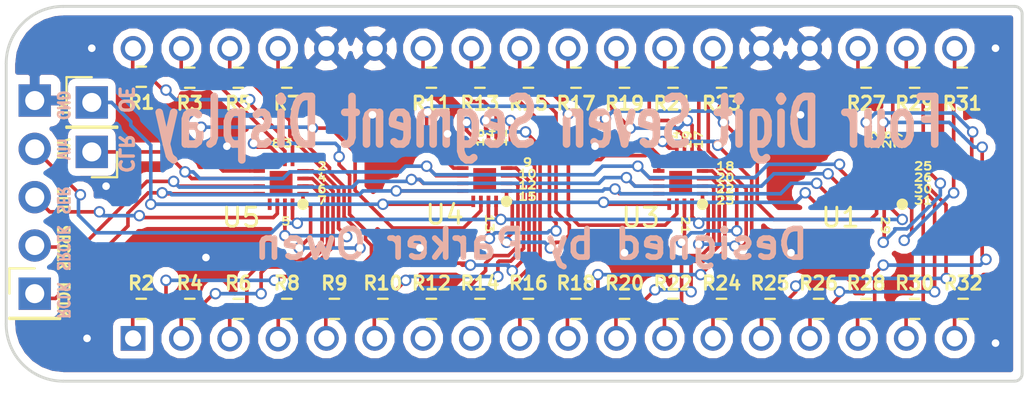
<source format=kicad_pcb>
(kicad_pcb (version 20171130) (host pcbnew "(5.0.1)-3")
  (layers (0 F.Cu signal) (31 B.Cu signal) (34 B.Paste user) (35 F.Paste user) (36 B.SilkS user) (37 F.SilkS user) (38 B.Mask user) (39 F.Mask user) (44 Edge.Cuts user))
  (net 0 "")
  (net 1 "Net-(R1-Pad1)")
  (net 2 "Net-(R1-Pad2)")
  (net 3 "Net-(R2-Pad1)")
  (net 4 "Net-(R2-Pad2)")
  (net 5 "Net-(R3-Pad1)")
  (net 6 "Net-(R3-Pad2)")
  (net 7 "Net-(R4-Pad1)")
  (net 8 "Net-(R4-Pad2)")
  (net 9 "Net-(R5-Pad1)")
  (net 10 "Net-(R5-Pad2)")
  (net 11 "Net-(R6-Pad1)")
  (net 12 "Net-(R6-Pad2)")
  (net 13 "Net-(R7-Pad1)")
  (net 14 "Net-(R7-Pad2)")
  (net 15 "Net-(R8-Pad1)")
  (net 16 "Net-(R8-Pad2)")
  (net 17 "Net-(R9-Pad1)")
  (net 18 "Net-(R9-Pad2)")
  (net 19 "Net-(R10-Pad1)")
  (net 20 "Net-(R10-Pad2)")
  (net 21 "Net-(R11-Pad1)")
  (net 22 "Net-(R11-Pad2)")
  (net 23 "Net-(R12-Pad1)")
  (net 24 "Net-(R12-Pad2)")
  (net 25 "Net-(R13-Pad1)")
  (net 26 "Net-(R13-Pad2)")
  (net 27 "Net-(R14-Pad1)")
  (net 28 "Net-(R14-Pad2)")
  (net 29 "Net-(R15-Pad1)")
  (net 30 "Net-(R15-Pad2)")
  (net 31 "Net-(R16-Pad1)")
  (net 32 "Net-(R16-Pad2)")
  (net 33 "Net-(R17-Pad1)")
  (net 34 "Net-(R17-Pad2)")
  (net 35 "Net-(R18-Pad1)")
  (net 36 "Net-(R18-Pad2)")
  (net 37 "Net-(R19-Pad1)")
  (net 38 "Net-(R19-Pad2)")
  (net 39 "Net-(R20-Pad1)")
  (net 40 "Net-(R20-Pad2)")
  (net 41 "Net-(R21-Pad1)")
  (net 42 "Net-(R21-Pad2)")
  (net 43 "Net-(R22-Pad1)")
  (net 44 "Net-(R22-Pad2)")
  (net 45 "Net-(R23-Pad1)")
  (net 46 "Net-(R23-Pad2)")
  (net 47 "Net-(R24-Pad1)")
  (net 48 "Net-(R24-Pad2)")
  (net 49 "Net-(R25-Pad1)")
  (net 50 "Net-(R25-Pad2)")
  (net 51 "Net-(R26-Pad1)")
  (net 52 "Net-(R26-Pad2)")
  (net 53 "Net-(R27-Pad1)")
  (net 54 "Net-(R27-Pad2)")
  (net 55 "Net-(R28-Pad1)")
  (net 56 "Net-(R28-Pad2)")
  (net 57 "Net-(R29-Pad1)")
  (net 58 "Net-(R29-Pad2)")
  (net 59 "Net-(R30-Pad1)")
  (net 60 "Net-(R30-Pad2)")
  (net 61 "Net-(R31-Pad1)")
  (net 62 "Net-(R31-Pad2)")
  (net 63 "Net-(R32-Pad1)")
  (net 64 "Net-(R32-Pad2)")
  (net 65 +5V)
  (net 66 GND)
  (net 67 "Net-(U1-Pad9)")
  (net 68 "Net-(J1-Pad1)")
  (net 69 "Net-(J2-Pad1)")
  (net 70 "Net-(J3-Pad3)")
  (net 71 "Net-(J3-Pad4)")
  (net 72 "Net-(J4-Pad1)")
  (net 73 "Net-(U1-Pad14)")
  (net 74 "Net-(U3-Pad14)")
  (net 75 "Net-(U4-Pad14)")
  (module Resistors_SMD:R_0402 (layer F.Cu) (at 105.1 85 180)
    (fp_text reference R1 (at 0 -1.35 180) (layer F.SilkS) (effects (font (size 0.7 0.7))))
    (fp_text value R_Small)
    (pad 1 smd rect (at -0.45 0 180) (size 0.4 0.6) (layers F.Cu F.Paste F.Mask) (net 1 "Net-(R1-Pad1)"))
    (pad 2 smd rect (at 0.45 0 180) (size 0.4 0.6) (layers F.Cu F.Paste F.Mask) (net 2 "Net-(R1-Pad2)"))
  )
  (module Resistors_SMD:R_0402 (layer F.Cu) (at 105.1 97.2)
    (fp_text reference R2 (at 0 -1.35) (layer F.SilkS) (effects (font (size 0.7 0.7))))
    (fp_text value R_Small)
    (pad 1 smd rect (at -0.45 0) (size 0.4 0.6) (layers F.Cu F.Paste F.Mask) (net 3 "Net-(R2-Pad1)"))
    (pad 2 smd rect (at 0.45 0) (size 0.4 0.6) (layers F.Cu F.Paste F.Mask) (net 4 "Net-(R2-Pad2)"))
  )
  (module Resistors_SMD:R_0402 (layer F.Cu) (at 107.65 85.05 180)
    (fp_text reference R3 (at 0 -1.35 180) (layer F.SilkS) (effects (font (size 0.7 0.7))))
    (fp_text value R_Small)
    (pad 1 smd rect (at -0.45 0 180) (size 0.4 0.6) (layers F.Cu F.Paste F.Mask) (net 5 "Net-(R3-Pad1)"))
    (pad 2 smd rect (at 0.45 0 180) (size 0.4 0.6) (layers F.Cu F.Paste F.Mask) (net 6 "Net-(R3-Pad2)"))
  )
  (module Resistors_SMD:R_0402 (layer F.Cu) (at 107.65 97.2)
    (fp_text reference R4 (at 0 -1.35) (layer F.SilkS) (effects (font (size 0.7 0.7))))
    (fp_text value R_Small)
    (pad 1 smd rect (at -0.45 0) (size 0.4 0.6) (layers F.Cu F.Paste F.Mask) (net 7 "Net-(R4-Pad1)"))
    (pad 2 smd rect (at 0.45 0) (size 0.4 0.6) (layers F.Cu F.Paste F.Mask) (net 8 "Net-(R4-Pad2)"))
  )
  (module Resistors_SMD:R_0402 (layer F.Cu) (at 110.2 85.05 180)
    (fp_text reference R5 (at 0 -1.35 180) (layer F.SilkS) (effects (font (size 0.7 0.7))))
    (fp_text value R_Small)
    (pad 1 smd rect (at -0.45 0 180) (size 0.4 0.6) (layers F.Cu F.Paste F.Mask) (net 9 "Net-(R5-Pad1)"))
    (pad 2 smd rect (at 0.45 0 180) (size 0.4 0.6) (layers F.Cu F.Paste F.Mask) (net 10 "Net-(R5-Pad2)"))
  )
  (module Resistors_SMD:R_0402 (layer F.Cu) (at 110.2 97.2)
    (fp_text reference R6 (at 0 -1.35) (layer F.SilkS) (effects (font (size 0.7 0.7))))
    (fp_text value R_Small)
    (pad 1 smd rect (at -0.45 0) (size 0.4 0.6) (layers F.Cu F.Paste F.Mask) (net 11 "Net-(R6-Pad1)"))
    (pad 2 smd rect (at 0.45 0) (size 0.4 0.6) (layers F.Cu F.Paste F.Mask) (net 12 "Net-(R6-Pad2)"))
  )
  (module Resistors_SMD:R_0402 (layer F.Cu) (at 112.75 85.05 180)
    (fp_text reference R7 (at 0 -1.35 180) (layer F.SilkS) (effects (font (size 0.7 0.7))))
    (fp_text value R_Small)
    (pad 1 smd rect (at -0.45 0 180) (size 0.4 0.6) (layers F.Cu F.Paste F.Mask) (net 13 "Net-(R7-Pad1)"))
    (pad 2 smd rect (at 0.45 0 180) (size 0.4 0.6) (layers F.Cu F.Paste F.Mask) (net 14 "Net-(R7-Pad2)"))
  )
  (module Resistors_SMD:R_0402 (layer F.Cu) (at 112.75 97.2)
    (fp_text reference R8 (at 0 -1.35) (layer F.SilkS) (effects (font (size 0.7 0.7))))
    (fp_text value R_Small)
    (pad 1 smd rect (at -0.45 0) (size 0.4 0.6) (layers F.Cu F.Paste F.Mask) (net 15 "Net-(R8-Pad1)"))
    (pad 2 smd rect (at 0.45 0) (size 0.4 0.6) (layers F.Cu F.Paste F.Mask) (net 16 "Net-(R8-Pad2)"))
  )
  (module Resistors_SMD:R_0402 (layer F.Cu) (at 115.25 97.2)
    (fp_text reference R9 (at 0 -1.35) (layer F.SilkS) (effects (font (size 0.7 0.7))))
    (fp_text value R_Small)
    (pad 1 smd rect (at -0.45 0) (size 0.4 0.6) (layers F.Cu F.Paste F.Mask) (net 17 "Net-(R9-Pad1)"))
    (pad 2 smd rect (at 0.45 0) (size 0.4 0.6) (layers F.Cu F.Paste F.Mask) (net 18 "Net-(R9-Pad2)"))
  )
  (module Resistors_SMD:R_0402 (layer F.Cu) (at 117.8 97.2)
    (fp_text reference R10 (at 0 -1.35) (layer F.SilkS) (effects (font (size 0.7 0.7))))
    (fp_text value R_Small)
    (pad 1 smd rect (at -0.45 0) (size 0.4 0.6) (layers F.Cu F.Paste F.Mask) (net 19 "Net-(R10-Pad1)"))
    (pad 2 smd rect (at 0.45 0) (size 0.4 0.6) (layers F.Cu F.Paste F.Mask) (net 20 "Net-(R10-Pad2)"))
  )
  (module Resistors_SMD:R_0402 (layer F.Cu) (at 120.35 85.05 180)
    (fp_text reference R11 (at 0 -1.35 180) (layer F.SilkS) (effects (font (size 0.7 0.7))))
    (fp_text value R_Small)
    (pad 1 smd rect (at -0.45 0 180) (size 0.4 0.6) (layers F.Cu F.Paste F.Mask) (net 21 "Net-(R11-Pad1)"))
    (pad 2 smd rect (at 0.45 0 180) (size 0.4 0.6) (layers F.Cu F.Paste F.Mask) (net 22 "Net-(R11-Pad2)"))
  )
  (module Resistors_SMD:R_0402 (layer F.Cu) (at 120.35 97.2)
    (fp_text reference R12 (at 0 -1.35) (layer F.SilkS) (effects (font (size 0.7 0.7))))
    (fp_text value R_Small)
    (pad 1 smd rect (at -0.45 0) (size 0.4 0.6) (layers F.Cu F.Paste F.Mask) (net 23 "Net-(R12-Pad1)"))
    (pad 2 smd rect (at 0.45 0) (size 0.4 0.6) (layers F.Cu F.Paste F.Mask) (net 24 "Net-(R12-Pad2)"))
  )
  (module Resistors_SMD:R_0402 (layer F.Cu) (at 122.9 85.05 180)
    (fp_text reference R13 (at 0 -1.35 180) (layer F.SilkS) (effects (font (size 0.7 0.7))))
    (fp_text value R_Small)
    (pad 1 smd rect (at -0.45 0 180) (size 0.4 0.6) (layers F.Cu F.Paste F.Mask) (net 25 "Net-(R13-Pad1)"))
    (pad 2 smd rect (at 0.45 0 180) (size 0.4 0.6) (layers F.Cu F.Paste F.Mask) (net 26 "Net-(R13-Pad2)"))
  )
  (module Resistors_SMD:R_0402 (layer F.Cu) (at 122.9 97.2)
    (fp_text reference R14 (at 0 -1.35) (layer F.SilkS) (effects (font (size 0.7 0.7))))
    (fp_text value R_Small)
    (pad 1 smd rect (at -0.45 0) (size 0.4 0.6) (layers F.Cu F.Paste F.Mask) (net 27 "Net-(R14-Pad1)"))
    (pad 2 smd rect (at 0.45 0) (size 0.4 0.6) (layers F.Cu F.Paste F.Mask) (net 28 "Net-(R14-Pad2)"))
  )
  (module Resistors_SMD:R_0402 (layer F.Cu) (at 125.45 85.05 180)
    (fp_text reference R15 (at 0 -1.35 180) (layer F.SilkS) (effects (font (size 0.7 0.7))))
    (fp_text value R_Small)
    (pad 1 smd rect (at -0.45 0 180) (size 0.4 0.6) (layers F.Cu F.Paste F.Mask) (net 29 "Net-(R15-Pad1)"))
    (pad 2 smd rect (at 0.45 0 180) (size 0.4 0.6) (layers F.Cu F.Paste F.Mask) (net 30 "Net-(R15-Pad2)"))
  )
  (module Resistors_SMD:R_0402 (layer F.Cu) (at 125.45 97.2)
    (fp_text reference R16 (at 0 -1.35) (layer F.SilkS) (effects (font (size 0.7 0.7))))
    (fp_text value R_Small)
    (pad 1 smd rect (at -0.45 0) (size 0.4 0.6) (layers F.Cu F.Paste F.Mask) (net 31 "Net-(R16-Pad1)"))
    (pad 2 smd rect (at 0.45 0) (size 0.4 0.6) (layers F.Cu F.Paste F.Mask) (net 32 "Net-(R16-Pad2)"))
  )
  (module Resistors_SMD:R_0402 (layer F.Cu) (at 127.95 85.05 180)
    (fp_text reference R17 (at 0 -1.35 180) (layer F.SilkS) (effects (font (size 0.7 0.7))))
    (fp_text value R_Small)
    (pad 1 smd rect (at -0.45 0 180) (size 0.4 0.6) (layers F.Cu F.Paste F.Mask) (net 33 "Net-(R17-Pad1)"))
    (pad 2 smd rect (at 0.45 0 180) (size 0.4 0.6) (layers F.Cu F.Paste F.Mask) (net 34 "Net-(R17-Pad2)"))
  )
  (module Resistors_SMD:R_0402 (layer F.Cu) (at 127.95 97.2)
    (fp_text reference R18 (at 0 -1.35) (layer F.SilkS) (effects (font (size 0.7 0.7))))
    (fp_text value R_Small)
    (pad 1 smd rect (at -0.45 0) (size 0.4 0.6) (layers F.Cu F.Paste F.Mask) (net 35 "Net-(R18-Pad1)"))
    (pad 2 smd rect (at 0.45 0) (size 0.4 0.6) (layers F.Cu F.Paste F.Mask) (net 36 "Net-(R18-Pad2)"))
  )
  (module Resistors_SMD:R_0402 (layer F.Cu) (at 130.5 85.05 180)
    (fp_text reference R19 (at 0 -1.35 180) (layer F.SilkS) (effects (font (size 0.7 0.7))))
    (fp_text value R_Small)
    (pad 1 smd rect (at -0.45 0 180) (size 0.4 0.6) (layers F.Cu F.Paste F.Mask) (net 37 "Net-(R19-Pad1)"))
    (pad 2 smd rect (at 0.45 0 180) (size 0.4 0.6) (layers F.Cu F.Paste F.Mask) (net 38 "Net-(R19-Pad2)"))
  )
  (module Resistors_SMD:R_0402 (layer F.Cu) (at 130.5 97.2)
    (fp_text reference R20 (at 0 -1.35) (layer F.SilkS) (effects (font (size 0.7 0.7))))
    (fp_text value R_Small)
    (pad 1 smd rect (at -0.45 0) (size 0.4 0.6) (layers F.Cu F.Paste F.Mask) (net 39 "Net-(R20-Pad1)"))
    (pad 2 smd rect (at 0.45 0) (size 0.4 0.6) (layers F.Cu F.Paste F.Mask) (net 40 "Net-(R20-Pad2)"))
  )
  (module Resistors_SMD:R_0402 (layer F.Cu) (at 133.05 85.05 180)
    (fp_text reference R21 (at 0 -1.35 180) (layer F.SilkS) (effects (font (size 0.7 0.7))))
    (fp_text value R_Small)
    (pad 1 smd rect (at -0.45 0 180) (size 0.4 0.6) (layers F.Cu F.Paste F.Mask) (net 41 "Net-(R21-Pad1)"))
    (pad 2 smd rect (at 0.45 0 180) (size 0.4 0.6) (layers F.Cu F.Paste F.Mask) (net 42 "Net-(R21-Pad2)"))
  )
  (module Resistors_SMD:R_0402 (layer F.Cu) (at 133.05 97.2)
    (fp_text reference R22 (at 0 -1.35) (layer F.SilkS) (effects (font (size 0.7 0.7))))
    (fp_text value R_Small)
    (pad 1 smd rect (at -0.45 0) (size 0.4 0.6) (layers F.Cu F.Paste F.Mask) (net 43 "Net-(R22-Pad1)"))
    (pad 2 smd rect (at 0.45 0) (size 0.4 0.6) (layers F.Cu F.Paste F.Mask) (net 44 "Net-(R22-Pad2)"))
  )
  (module Resistors_SMD:R_0402 (layer F.Cu) (at 135.6 85.05 180)
    (fp_text reference R23 (at 0 -1.35 180) (layer F.SilkS) (effects (font (size 0.7 0.7))))
    (fp_text value R_Small)
    (pad 1 smd rect (at -0.45 0 180) (size 0.4 0.6) (layers F.Cu F.Paste F.Mask) (net 45 "Net-(R23-Pad1)"))
    (pad 2 smd rect (at 0.45 0 180) (size 0.4 0.6) (layers F.Cu F.Paste F.Mask) (net 46 "Net-(R23-Pad2)"))
  )
  (module Resistors_SMD:R_0402 (layer F.Cu) (at 135.6 97.2)
    (fp_text reference R24 (at 0 -1.35) (layer F.SilkS) (effects (font (size 0.7 0.7))))
    (fp_text value R_Small)
    (pad 1 smd rect (at -0.45 0) (size 0.4 0.6) (layers F.Cu F.Paste F.Mask) (net 47 "Net-(R24-Pad1)"))
    (pad 2 smd rect (at 0.45 0) (size 0.4 0.6) (layers F.Cu F.Paste F.Mask) (net 48 "Net-(R24-Pad2)"))
  )
  (module Resistors_SMD:R_0402 (layer F.Cu) (at 138.15 97.2)
    (fp_text reference R25 (at 0 -1.35) (layer F.SilkS) (effects (font (size 0.7 0.7))))
    (fp_text value R_Small)
    (pad 1 smd rect (at -0.45 0) (size 0.4 0.6) (layers F.Cu F.Paste F.Mask) (net 49 "Net-(R25-Pad1)"))
    (pad 2 smd rect (at 0.45 0) (size 0.4 0.6) (layers F.Cu F.Paste F.Mask) (net 50 "Net-(R25-Pad2)"))
  )
  (module Resistors_SMD:R_0402 (layer F.Cu) (at 140.7 97.2)
    (fp_text reference R26 (at 0 -1.35) (layer F.SilkS) (effects (font (size 0.7 0.7))))
    (fp_text value R_Small)
    (pad 1 smd rect (at -0.45 0) (size 0.4 0.6) (layers F.Cu F.Paste F.Mask) (net 51 "Net-(R26-Pad1)"))
    (pad 2 smd rect (at 0.45 0) (size 0.4 0.6) (layers F.Cu F.Paste F.Mask) (net 52 "Net-(R26-Pad2)"))
  )
  (module Resistors_SMD:R_0402 (layer F.Cu) (at 143.2 85.05 180)
    (fp_text reference R27 (at 0 -1.35 180) (layer F.SilkS) (effects (font (size 0.7 0.7))))
    (fp_text value R_Small)
    (pad 1 smd rect (at -0.45 0 180) (size 0.4 0.6) (layers F.Cu F.Paste F.Mask) (net 53 "Net-(R27-Pad1)"))
    (pad 2 smd rect (at 0.45 0 180) (size 0.4 0.6) (layers F.Cu F.Paste F.Mask) (net 54 "Net-(R27-Pad2)"))
  )
  (module Resistors_SMD:R_0402 (layer F.Cu) (at 143.2 97.2)
    (fp_text reference R28 (at 0 -1.35) (layer F.SilkS) (effects (font (size 0.7 0.7))))
    (fp_text value R_Small)
    (pad 1 smd rect (at -0.45 0) (size 0.4 0.6) (layers F.Cu F.Paste F.Mask) (net 55 "Net-(R28-Pad1)"))
    (pad 2 smd rect (at 0.45 0) (size 0.4 0.6) (layers F.Cu F.Paste F.Mask) (net 56 "Net-(R28-Pad2)"))
  )
  (module Resistors_SMD:R_0402 (layer F.Cu) (at 145.75 85.05 180)
    (fp_text reference R29 (at 0 -1.35 180) (layer F.SilkS) (effects (font (size 0.7 0.7))))
    (fp_text value R_Small)
    (pad 1 smd rect (at -0.45 0 180) (size 0.4 0.6) (layers F.Cu F.Paste F.Mask) (net 57 "Net-(R29-Pad1)"))
    (pad 2 smd rect (at 0.45 0 180) (size 0.4 0.6) (layers F.Cu F.Paste F.Mask) (net 58 "Net-(R29-Pad2)"))
  )
  (module Resistors_SMD:R_0402 (layer F.Cu) (at 145.75 97.2)
    (fp_text reference R30 (at 0 -1.35) (layer F.SilkS) (effects (font (size 0.7 0.7))))
    (fp_text value R_Small)
    (pad 1 smd rect (at -0.45 0) (size 0.4 0.6) (layers F.Cu F.Paste F.Mask) (net 59 "Net-(R30-Pad1)"))
    (pad 2 smd rect (at 0.45 0) (size 0.4 0.6) (layers F.Cu F.Paste F.Mask) (net 60 "Net-(R30-Pad2)"))
  )
  (module Resistors_SMD:R_0402 (layer F.Cu) (at 148.25 85.05 180)
    (fp_text reference R31 (at 0 -1.35 180) (layer F.SilkS) (effects (font (size 0.7 0.7))))
    (fp_text value R_Small)
    (pad 1 smd rect (at -0.45 0 180) (size 0.4 0.6) (layers F.Cu F.Paste F.Mask) (net 61 "Net-(R31-Pad1)"))
    (pad 2 smd rect (at 0.45 0 180) (size 0.4 0.6) (layers F.Cu F.Paste F.Mask) (net 62 "Net-(R31-Pad2)"))
  )
  (module Resistors_SMD:R_0402 (layer F.Cu) (at 148.3 97.2)
    (fp_text reference R32 (at 0 -1.35) (layer F.SilkS) (effects (font (size 0.7 0.7))))
    (fp_text value R_Small)
    (pad 1 smd rect (at -0.45 0) (size 0.4 0.6) (layers F.Cu F.Paste F.Mask) (net 63 "Net-(R32-Pad1)"))
    (pad 2 smd rect (at 0.45 0) (size 0.4 0.6) (layers F.Cu F.Paste F.Mask) (net 64 "Net-(R32-Pad2)"))
  )
  (module Socket_Strips:Socket_Strip_Straight_1x01_Pitch2.54mm (layer F.Cu) (at 102.5 86.35)
    (fp_text reference J1 hide)
    (fp_text value Conn_01x01_Male)
    (pad 1 thru_hole rect (at 0 0) (size 1.7 1.7) (drill 1) (layers *.Cu *.Mask) (net 68 "Net-(J1-Pad1)"))
  )
  (module Socket_Strips:Socket_Strip_Straight_1x01_Pitch2.54mm (layer F.Cu) (at 102.5 88.95 180)
    (fp_text reference J2 hide)
    (fp_text value Conn_01x01_Male)
    (pad 1 thru_hole rect (at 0 0 180) (size 1.7 1.7) (drill 1) (layers *.Cu *.Mask) (net 69 "Net-(J2-Pad1)"))
  )
  (module Socket_Strips:Socket_Strip_Straight_1x01_Pitch2.54mm (layer F.Cu) (at 99.5 96.4)
    (fp_text reference J4 hide)
    (fp_text value Conn_01x01_Male)
    (pad 1 thru_hole rect (at 0 0) (size 1.7 1.7) (drill 1) (layers *.Cu *.Mask) (net 72 "Net-(J4-Pad1)"))
  )
  (module my_foot_prints:8B_Shift_Reg_SN74HC595B (layer F.Cu) (at 112.45 90.55 270)
    (fp_text reference U5 (at 1.85 2.1) (layer F.SilkS))
    (fp_text value SNx4HC595_8b_Shift_Reg)
    (pad 4 smd rect (at -0.6 -1.15) (size 0.6 0.2) (layers F.Cu F.Paste F.Mask) (net 4 "Net-(R2-Pad2)"))
    (pad 5 smd rect (at -1.15 -0.6 270) (size 0.6 0.2) (layers F.Cu F.Paste F.Mask) (net 1 "Net-(R1-Pad1)"))
    (pad 3 smd rect (at -0.2 -1.15) (size 0.6 0.2) (layers F.Cu F.Paste F.Mask) (net 8 "Net-(R4-Pad2)"))
    (pad 2 smd rect (at 0.2 -1.15) (size 0.6 0.2) (layers F.Cu F.Paste F.Mask) (net 12 "Net-(R6-Pad2)"))
    (pad 1 smd rect (at 0.6 -1.15) (size 0.6 0.2) (layers F.Cu F.Paste F.Mask) (net 13 "Net-(R7-Pad1)"))
    (pad 16 smd rect (at 1.15 -0.6 270) (size 0.6 0.2) (layers F.Cu F.Paste F.Mask) (net 65 +5V))
    (pad 15 smd rect (at 1.15 -0.2 270) (size 0.6 0.2) (layers F.Cu F.Paste F.Mask) (net 9 "Net-(R5-Pad1)"))
    (pad 14 smd rect (at 1.15 0.2 270) (size 0.6 0.2) (layers F.Cu F.Paste F.Mask) (net 70 "Net-(J3-Pad3)"))
    (pad 13 smd rect (at 1.15 0.6 270) (size 0.6 0.2) (layers F.Cu F.Paste F.Mask) (net 68 "Net-(J1-Pad1)"))
    (pad 6 smd rect (at -1.15 -0.2 270) (size 0.6 0.2) (layers F.Cu F.Paste F.Mask) (net 5 "Net-(R3-Pad1)"))
    (pad 7 smd rect (at -1.15 0.2 270) (size 0.6 0.2) (layers F.Cu F.Paste F.Mask) (net 16 "Net-(R8-Pad2)"))
    (pad 8 smd rect (at -1.15 0.6 270) (size 0.6 0.2) (layers F.Cu F.Paste F.Mask) (net 66 GND))
    (pad 9 smd rect (at -0.6 1.15) (size 0.6 0.2) (layers F.Cu F.Paste F.Mask) (net 75 "Net-(U4-Pad14)"))
    (pad 10 smd rect (at -0.2 1.15) (size 0.6 0.2) (layers F.Cu F.Paste F.Mask) (net 69 "Net-(J2-Pad1)"))
    (pad 11 smd rect (at 0.2 1.15) (size 0.6 0.2) (layers F.Cu F.Paste F.Mask) (net 71 "Net-(J3-Pad4)"))
    (pad 12 smd rect (at 0.6 1.15) (size 0.6 0.2) (layers F.Cu F.Paste F.Mask) (net 72 "Net-(J4-Pad1)"))
    (pad NC smd rect (at 0 0 270) (size 1.2 1.2) (layers F.Cu F.Paste F.Mask))
  )
  (module my_foot_prints:8B_Shift_Reg_SN74HC595B (layer F.Cu) (at 123.15 90.4 270)
    (fp_text reference U4 (at 1.85 2.1) (layer F.SilkS))
    (fp_text value SNx4HC595_8b_Shift_Reg)
    (pad 4 smd rect (at -0.6 -1.15) (size 0.6 0.2) (layers F.Cu F.Paste F.Mask) (net 18 "Net-(R9-Pad2)"))
    (pad 5 smd rect (at -1.15 -0.6 270) (size 0.6 0.2) (layers F.Cu F.Paste F.Mask) (net 21 "Net-(R11-Pad1)"))
    (pad 3 smd rect (at -0.2 -1.15) (size 0.6 0.2) (layers F.Cu F.Paste F.Mask) (net 20 "Net-(R10-Pad2)"))
    (pad 2 smd rect (at 0.2 -1.15) (size 0.6 0.2) (layers F.Cu F.Paste F.Mask) (net 24 "Net-(R12-Pad2)"))
    (pad 1 smd rect (at 0.6 -1.15) (size 0.6 0.2) (layers F.Cu F.Paste F.Mask) (net 29 "Net-(R15-Pad1)"))
    (pad 16 smd rect (at 1.15 -0.6 270) (size 0.6 0.2) (layers F.Cu F.Paste F.Mask) (net 65 +5V))
    (pad 15 smd rect (at 1.15 -0.2 270) (size 0.6 0.2) (layers F.Cu F.Paste F.Mask) (net 25 "Net-(R13-Pad1)"))
    (pad 14 smd rect (at 1.15 0.2 270) (size 0.6 0.2) (layers F.Cu F.Paste F.Mask) (net 75 "Net-(U4-Pad14)"))
    (pad 13 smd rect (at 1.15 0.6 270) (size 0.6 0.2) (layers F.Cu F.Paste F.Mask) (net 68 "Net-(J1-Pad1)"))
    (pad 6 smd rect (at -1.15 -0.2 270) (size 0.6 0.2) (layers F.Cu F.Paste F.Mask) (net 28 "Net-(R14-Pad2)"))
    (pad 7 smd rect (at -1.15 0.2 270) (size 0.6 0.2) (layers F.Cu F.Paste F.Mask) (net 32 "Net-(R16-Pad2)"))
    (pad 8 smd rect (at -1.15 0.6 270) (size 0.6 0.2) (layers F.Cu F.Paste F.Mask) (net 66 GND))
    (pad 9 smd rect (at -0.6 1.15) (size 0.6 0.2) (layers F.Cu F.Paste F.Mask) (net 74 "Net-(U3-Pad14)"))
    (pad 10 smd rect (at -0.2 1.15) (size 0.6 0.2) (layers F.Cu F.Paste F.Mask) (net 69 "Net-(J2-Pad1)"))
    (pad 11 smd rect (at 0.2 1.15) (size 0.6 0.2) (layers F.Cu F.Paste F.Mask) (net 71 "Net-(J3-Pad4)"))
    (pad 12 smd rect (at 0.6 1.15) (size 0.6 0.2) (layers F.Cu F.Paste F.Mask) (net 72 "Net-(J4-Pad1)"))
    (pad NC smd rect (at 0 0 270) (size 1.2 1.2) (layers F.Cu F.Paste F.Mask))
  )
  (module my_foot_prints:8B_Shift_Reg_SN74HC595B (layer F.Cu) (at 133.45 90.55 270)
    (fp_text reference U3 (at 1.85 2.1) (layer F.SilkS))
    (fp_text value SNx4HC595_8b_Shift_Reg)
    (pad 4 smd rect (at -0.6 -1.15) (size 0.6 0.2) (layers F.Cu F.Paste F.Mask) (net 36 "Net-(R18-Pad2)"))
    (pad 5 smd rect (at -1.15 -0.6 270) (size 0.6 0.2) (layers F.Cu F.Paste F.Mask) (net 33 "Net-(R17-Pad1)"))
    (pad 3 smd rect (at -0.2 -1.15) (size 0.6 0.2) (layers F.Cu F.Paste F.Mask) (net 40 "Net-(R20-Pad2)"))
    (pad 2 smd rect (at 0.2 -1.15) (size 0.6 0.2) (layers F.Cu F.Paste F.Mask) (net 44 "Net-(R22-Pad2)"))
    (pad 1 smd rect (at 0.6 -1.15) (size 0.6 0.2) (layers F.Cu F.Paste F.Mask) (net 45 "Net-(R23-Pad1)"))
    (pad 16 smd rect (at 1.15 -0.6 270) (size 0.6 0.2) (layers F.Cu F.Paste F.Mask) (net 65 +5V))
    (pad 15 smd rect (at 1.15 -0.2 270) (size 0.6 0.2) (layers F.Cu F.Paste F.Mask) (net 41 "Net-(R21-Pad1)"))
    (pad 14 smd rect (at 1.15 0.2 270) (size 0.6 0.2) (layers F.Cu F.Paste F.Mask) (net 74 "Net-(U3-Pad14)"))
    (pad 13 smd rect (at 1.15 0.6 270) (size 0.6 0.2) (layers F.Cu F.Paste F.Mask) (net 68 "Net-(J1-Pad1)"))
    (pad 6 smd rect (at -1.15 -0.2 270) (size 0.6 0.2) (layers F.Cu F.Paste F.Mask) (net 37 "Net-(R19-Pad1)"))
    (pad 7 smd rect (at -1.15 0.2 270) (size 0.6 0.2) (layers F.Cu F.Paste F.Mask) (net 48 "Net-(R24-Pad2)"))
    (pad 8 smd rect (at -1.15 0.6 270) (size 0.6 0.2) (layers F.Cu F.Paste F.Mask) (net 66 GND))
    (pad 9 smd rect (at -0.6 1.15) (size 0.6 0.2) (layers F.Cu F.Paste F.Mask) (net 73 "Net-(U1-Pad14)"))
    (pad 10 smd rect (at -0.2 1.15) (size 0.6 0.2) (layers F.Cu F.Paste F.Mask) (net 69 "Net-(J2-Pad1)"))
    (pad 11 smd rect (at 0.2 1.15) (size 0.6 0.2) (layers F.Cu F.Paste F.Mask) (net 71 "Net-(J3-Pad4)"))
    (pad 12 smd rect (at 0.6 1.15) (size 0.6 0.2) (layers F.Cu F.Paste F.Mask) (net 72 "Net-(J4-Pad1)"))
    (pad NC smd rect (at 0 0 270) (size 1.2 1.2) (layers F.Cu F.Paste F.Mask))
  )
  (module my_foot_prints:8B_Shift_Reg_SN74HC595B (layer F.Cu) (at 143.95 90.55 270)
    (fp_text reference U1 (at 1.85 2.1) (layer F.SilkS))
    (fp_text value SNx4HC595_8b_Shift_Reg)
    (pad 4 smd rect (at -0.6 -1.15) (size 0.6 0.2) (layers F.Cu F.Paste F.Mask) (net 50 "Net-(R25-Pad2)"))
    (pad 5 smd rect (at -1.15 -0.6 270) (size 0.6 0.2) (layers F.Cu F.Paste F.Mask) (net 53 "Net-(R27-Pad1)"))
    (pad 3 smd rect (at -0.2 -1.15) (size 0.6 0.2) (layers F.Cu F.Paste F.Mask) (net 52 "Net-(R26-Pad2)"))
    (pad 2 smd rect (at 0.2 -1.15) (size 0.6 0.2) (layers F.Cu F.Paste F.Mask) (net 60 "Net-(R30-Pad2)"))
    (pad 1 smd rect (at 0.6 -1.15) (size 0.6 0.2) (layers F.Cu F.Paste F.Mask) (net 61 "Net-(R31-Pad1)"))
    (pad 16 smd rect (at 1.15 -0.6 270) (size 0.6 0.2) (layers F.Cu F.Paste F.Mask) (net 65 +5V))
    (pad 15 smd rect (at 1.15 -0.2 270) (size 0.6 0.2) (layers F.Cu F.Paste F.Mask) (net 57 "Net-(R29-Pad1)"))
    (pad 14 smd rect (at 1.15 0.2 270) (size 0.6 0.2) (layers F.Cu F.Paste F.Mask) (net 73 "Net-(U1-Pad14)"))
    (pad 13 smd rect (at 1.15 0.6 270) (size 0.6 0.2) (layers F.Cu F.Paste F.Mask) (net 68 "Net-(J1-Pad1)"))
    (pad 6 smd rect (at -1.15 -0.2 270) (size 0.6 0.2) (layers F.Cu F.Paste F.Mask) (net 56 "Net-(R28-Pad2)"))
    (pad 7 smd rect (at -1.15 0.2 270) (size 0.6 0.2) (layers F.Cu F.Paste F.Mask) (net 64 "Net-(R32-Pad2)"))
    (pad 8 smd rect (at -1.15 0.6 270) (size 0.6 0.2) (layers F.Cu F.Paste F.Mask) (net 66 GND))
    (pad 9 smd rect (at -0.6 1.15) (size 0.6 0.2) (layers F.Cu F.Paste F.Mask) (net 67 "Net-(U1-Pad9)"))
    (pad 10 smd rect (at -0.2 1.15) (size 0.6 0.2) (layers F.Cu F.Paste F.Mask) (net 69 "Net-(J2-Pad1)"))
    (pad 11 smd rect (at 0.2 1.15) (size 0.6 0.2) (layers F.Cu F.Paste F.Mask) (net 71 "Net-(J3-Pad4)"))
    (pad 12 smd rect (at 0.6 1.15) (size 0.6 0.2) (layers F.Cu F.Paste F.Mask) (net 72 "Net-(J4-Pad1)"))
    (pad NC smd rect (at 0 0 270) (size 1.2 1.2) (layers F.Cu F.Paste F.Mask))
  )
  (module my_foot_prints:Socket_Strip_Straight_1x04_Pitch2.54mm (layer F.Cu) (at 99.5 86.25)
    (fp_text reference J3 hide)
    (fp_text value Conn_01x04_Male)
    (pad 1 thru_hole rect (at 0 0) (size 1.7 1.7) (drill 1) (layers *.Cu *.Mask) (net 66 GND))
    (pad 2 thru_hole oval (at 0 2.54) (size 1.7 1.7) (drill 1) (layers *.Cu *.Mask) (net 65 +5V))
    (pad 3 thru_hole oval (at 0 5.08) (size 1.7 1.7) (drill 1) (layers *.Cu *.Mask) (net 70 "Net-(J3-Pad3)"))
    (pad 4 thru_hole oval (at 0 7.62) (size 1.7 1.7) (drill 1) (layers *.Cu *.Mask) (net 71 "Net-(J3-Pad4)"))
  )
  (module my_foot_prints:TwoDigDisplayX2 (layer F.Cu) (at 104.67 98.75)
    (fp_text reference U2 hide)
    (fp_text value 4-DigitSevenSegment)
    (pad 1 thru_hole rect (at 0 0 90) (size 1.3 1.3) (drill 0.85) (layers *.Cu *.Mask) (net 3 "Net-(R2-Pad1)"))
    (pad 3 thru_hole circle (at 5.08 0.031183 180) (size 1.3 1.3) (drill 0.85) (layers *.Cu *.Mask) (net 11 "Net-(R6-Pad1)"))
    (pad 5 thru_hole circle (at 10.16 0) (size 1.3 1.3) (drill 0.85) (layers *.Cu *.Mask) (net 17 "Net-(R9-Pad1)"))
    (pad 8 thru_hole circle (at 15.24 0) (size 1.3 1.3) (drill 0.85) (layers *.Cu *.Mask) (net 23 "Net-(R12-Pad1)"))
    (pad 9 thru_hole circle (at 20.32 0) (size 1.3 1.3) (drill 0.85) (layers *.Cu *.Mask) (net 31 "Net-(R16-Pad1)"))
    (pad 11 thru_hole circle (at 25.4 0) (size 1.3 1.3) (drill 0.85) (layers *.Cu *.Mask) (net 39 "Net-(R20-Pad1)"))
    (pad 13 thru_hole circle (at 30.48 0) (size 1.3 1.3) (drill 0.85) (layers *.Cu *.Mask) (net 47 "Net-(R24-Pad1)"))
    (pad 15 thru_hole circle (at 35.56 0) (size 1.3 1.3) (drill 0.85) (layers *.Cu *.Mask) (net 51 "Net-(R26-Pad1)"))
    (pad 17 thru_hole circle (at 40.64 0) (size 1.3 1.3) (drill 0.85) (layers *.Cu *.Mask) (net 59 "Net-(R30-Pad1)"))
    (pad 19 thru_hole circle (at 43.18 -15.24) (size 1.3 1.3) (drill 0.85) (layers *.Cu *.Mask) (net 62 "Net-(R31-Pad2)"))
    (pad 21 thru_hole circle (at 38.1 -15.24) (size 1.3 1.3) (drill 0.85) (layers *.Cu *.Mask) (net 54 "Net-(R27-Pad2)"))
    (pad 23 thru_hole circle (at 33.02 -15.24) (size 1.3 1.3) (drill 0.85) (layers *.Cu *.Mask) (net 66 GND))
    (pad 25 thru_hole circle (at 27.94 -15.24) (size 1.3 1.3) (drill 0.85) (layers *.Cu *.Mask) (net 42 "Net-(R21-Pad2)"))
    (pad 27 thru_hole circle (at 22.86 -15.24) (size 1.3 1.3) (drill 0.85) (layers *.Cu *.Mask) (net 34 "Net-(R17-Pad2)"))
    (pad 29 thru_hole circle (at 17.78 -15.24) (size 1.3 1.3) (drill 0.85) (layers *.Cu *.Mask) (net 26 "Net-(R13-Pad2)"))
    (pad 31 thru_hole circle (at 12.7 -15.24) (size 1.3 1.3) (drill 0.85) (layers *.Cu *.Mask) (net 66 GND))
    (pad 33 thru_hole circle (at 7.62 -15.24) (size 1.3 1.3) (drill 0.85) (layers *.Cu *.Mask) (net 14 "Net-(R7-Pad2)"))
    (pad 35 thru_hole circle (at 2.54 -15.24) (size 1.3 1.3) (drill 0.85) (layers *.Cu *.Mask) (net 6 "Net-(R3-Pad2)"))
    (pad 2 thru_hole circle (at 2.54 0 90) (size 1.3 1.3) (drill 0.85) (layers *.Cu *.Mask) (net 7 "Net-(R4-Pad1)"))
    (pad 4 thru_hole circle (at 7.62 0.031183 90) (size 1.3 1.3) (drill 0.85) (layers *.Cu *.Mask) (net 15 "Net-(R8-Pad1)"))
    (pad 6 thru_hole circle (at 12.7 0) (size 1.3 1.3) (drill 0.85) (layers *.Cu *.Mask) (net 19 "Net-(R10-Pad1)"))
    (pad 7 thru_hole circle (at 17.78 0) (size 1.3 1.3) (drill 0.85) (layers *.Cu *.Mask) (net 27 "Net-(R14-Pad1)"))
    (pad 10 thru_hole circle (at 22.86 0) (size 1.3 1.3) (drill 0.85) (layers *.Cu *.Mask) (net 35 "Net-(R18-Pad1)"))
    (pad 12 thru_hole circle (at 27.94 0) (size 1.3 1.3) (drill 0.85) (layers *.Cu *.Mask) (net 43 "Net-(R22-Pad1)"))
    (pad 14 thru_hole circle (at 33.02 0) (size 1.3 1.3) (drill 0.85) (layers *.Cu *.Mask) (net 49 "Net-(R25-Pad1)"))
    (pad 16 thru_hole circle (at 38.1 0) (size 1.3 1.3) (drill 0.85) (layers *.Cu *.Mask) (net 55 "Net-(R28-Pad1)"))
    (pad 18 thru_hole circle (at 43.18 0) (size 1.3 1.3) (drill 0.85) (layers *.Cu *.Mask) (net 63 "Net-(R32-Pad1)"))
    (pad 20 thru_hole circle (at 40.64 -15.24) (size 1.3 1.3) (drill 0.85) (layers *.Cu *.Mask B.Paste) (net 58 "Net-(R29-Pad2)"))
    (pad 22 thru_hole circle (at 35.56 -15.24) (size 1.3 1.3) (drill 0.85) (layers *.Cu *.Mask) (net 66 GND))
    (pad 24 thru_hole circle (at 30.48 -15.24) (size 1.3 1.3) (drill 0.85) (layers *.Cu *.Mask) (net 46 "Net-(R23-Pad2)"))
    (pad 26 thru_hole circle (at 25.4 -15.24) (size 1.3 1.3) (drill 0.85) (layers *.Cu *.Mask) (net 38 "Net-(R19-Pad2)"))
    (pad 28 thru_hole circle (at 20.32 -15.24) (size 1.3 1.3) (drill 0.85) (layers *.Cu *.Mask) (net 30 "Net-(R15-Pad2)"))
    (pad 30 thru_hole circle (at 15.24 -15.24) (size 1.3 1.3) (drill 0.85) (layers *.Cu *.Mask) (net 22 "Net-(R11-Pad2)"))
    (pad 32 thru_hole circle (at 10.16 -15.24) (size 1.3 1.3) (drill 0.85) (layers *.Cu *.Mask) (net 66 GND))
    (pad 34 thru_hole circle (at 5.08 -15.24) (size 1.3 1.3) (drill 0.85) (layers *.Cu *.Mask) (net 10 "Net-(R5-Pad2)"))
    (pad 36 thru_hole circle (at 0 -15.24) (size 1.3 1.3) (drill 0.85) (layers *.Cu *.Mask) (net 2 "Net-(R1-Pad2)"))
  )
  (gr_text Vin (at 101 88.8 270) (layer F.SilkS) (effects (font (size 0.6 0.5) (thickness 0.125))))
  (gr_text RCLK (at 101 96.75 270) (layer F.SilkS) (effects (font (size 0.6 0.5) (thickness 0.125))))
  (gr_text SRCLK (at 101 94 270) (layer F.SilkS) (effects (font (size 0.6 0.5) (thickness 0.125))))
  (gr_text SER (at 101 91.5 270) (layer F.SilkS) (effects (font (size 0.6 0.5) (thickness 0.125))))
  (gr_text GND (at 101 86.5 270) (layer F.SilkS) (effects (font (size 0.6 0.5) (thickness 0.125))))
  (gr_text SER (at 101 91.5 270) (layer B.SilkS) (effects (font (size 0.6 0.5) (thickness 0.125)) (justify mirror)))
  (gr_text SRCLK (at 101 94 270) (layer B.SilkS) (effects (font (size 0.6 0.5) (thickness 0.125)) (justify mirror)))
  (gr_text "Vin\n" (at 101 88.8 270) (layer B.SilkS) (effects (font (size 0.6 0.5) (thickness 0.125)) (justify mirror)))
  (gr_text 11 (at 124.1 88.2 90) (layer F.SilkS) (effects (font (size 0.4 0.5) (thickness 0.1))))
  (gr_text 5 (at 112.7 92.6) (layer F.SilkS) (effects (font (size 0.4 0.5) (thickness 0.1))))
  (gr_text 13 (at 123.4 92.7 270) (layer F.SilkS) (effects (font (size 0.4 0.5) (thickness 0.1))))
  (gr_text 21 (at 133.7 92.8 270) (layer F.SilkS) (effects (font (size 0.4 0.5) (thickness 0.1))))
  (gr_text 7 (at 114.6 91.5) (layer F.SilkS) (effects (font (size 0.4 0.5) (thickness 0.1))))
  (gr_text 6 (at 114.6 90.9) (layer F.SilkS) (effects (font (size 0.4 0.5) (thickness 0.1))))
  (gr_text 4 (at 114.6 90.3) (layer F.SilkS) (effects (font (size 0.4 0.5) (thickness 0.1))))
  (gr_text 2 (at 114.6 89.7) (layer F.SilkS) (effects (font (size 0.4 0.5) (thickness 0.1))))
  (gr_text 15 (at 125.4 91.3) (layer F.SilkS) (effects (font (size 0.4 0.5) (thickness 0.1))))
  (gr_text 12 (at 125.4 90.7) (layer F.SilkS) (effects (font (size 0.4 0.5) (thickness 0.1))))
  (gr_text 10 (at 125.4 90.1) (layer F.SilkS) (effects (font (size 0.4 0.5) (thickness 0.1))))
  (gr_text 9 (at 125.4 89.5) (layer F.SilkS) (effects (font (size 0.4 0.5) (thickness 0.1))))
  (gr_text 1 (at 113.4 88.5) (layer F.SilkS) (effects (font (size 0.4 0.5) (thickness 0.1))))
  (gr_text 3 (at 112.8 88.5) (layer F.SilkS) (effects (font (size 0.4 0.5) (thickness 0.1))))
  (gr_text 8 (at 112.2 88.5) (layer F.SilkS) (effects (font (size 0.4 0.5) (thickness 0.1))))
  (gr_text 14 (at 123.5 88.2 90) (layer F.SilkS) (effects (font (size 0.4 0.5) (thickness 0.1))))
  (gr_text 16 (at 122.9 88.2 90) (layer F.SilkS) (effects (font (size 0.4 0.5) (thickness 0.1))))
  (gr_text 17 (at 134.4 88.3 90) (layer F.SilkS) (effects (font (size 0.4 0.5) (thickness 0.1))))
  (gr_text 19 (at 133.8 88.3 90) (layer F.SilkS) (effects (font (size 0.4 0.5) (thickness 0.1))))
  (gr_text 24 (at 133.2 88.3 90) (layer F.SilkS) (effects (font (size 0.4 0.5) (thickness 0.1))))
  (gr_text 23 (at 135.8 91.5) (layer F.SilkS) (effects (font (size 0.4 0.5) (thickness 0.1))))
  (gr_text 22 (at 135.8 90.9) (layer F.SilkS) (effects (font (size 0.4 0.5) (thickness 0.1))))
  (gr_text 20 (at 135.8 90.3) (layer F.SilkS) (effects (font (size 0.4 0.5) (thickness 0.1))))
  (gr_text 18 (at 135.8 89.7) (layer F.SilkS) (effects (font (size 0.4 0.5) (thickness 0.1))))
  (gr_text 29 (at 144.2 92.8 270) (layer F.SilkS) (effects (font (size 0.4 0.5) (thickness 0.1))))
  (gr_text 27 (at 144.9 88.3 90) (layer F.SilkS) (effects (font (size 0.4 0.5) (thickness 0.1))))
  (gr_text 26 (at 146.2 90.3) (layer F.SilkS) (effects (font (size 0.4 0.5) (thickness 0.1))))
  (gr_text 30 (at 146.2 90.9) (layer F.SilkS) (effects (font (size 0.4 0.5) (thickness 0.1))))
  (gr_text 31 (at 146.2 91.5) (layer F.SilkS) (effects (font (size 0.4 0.5) (thickness 0.1))))
  (gr_text 25 (at 146.2 89.7) (layer F.SilkS) (effects (font (size 0.4 0.5) (thickness 0.1))))
  (gr_text 28 (at 144.3 88.3 90) (layer F.SilkS) (effects (font (size 0.4 0.5) (thickness 0.1))))
  (gr_text 32 (at 143.7 88.3 90) (layer F.SilkS) (effects (font (size 0.4 0.5) (thickness 0.1))))
  (gr_text "Designed by Parker Owen" (at 125.6 93.8) (layer B.SilkS) (effects (font (size 1.5 1.5) (thickness 0.3)) (justify mirror)))
  (gr_arc (start 101 84.3) (end 98 84.3) (angle 90) (layer Edge.Cuts) (width 0.15))
  (gr_arc (start 101 98) (end 101 101) (angle 90) (layer Edge.Cuts) (width 0.15))
  (gr_arc (start 151 81.7) (end 151 81.3) (angle 90) (layer Edge.Cuts) (width 0.15))
  (gr_arc (start 151 100.6) (end 151.4 100.6) (angle 90) (layer Edge.Cuts) (width 0.15))
  (gr_line (start 151.4 100.6) (end 151.4 81.7) (layer Edge.Cuts) (width 0.15))
  (gr_line (start 101 101) (end 151 101) (layer Edge.Cuts) (width 0.15))
  (gr_line (start 98 84.3) (end 98 98) (layer Edge.Cuts) (width 0.15))
  (gr_line (start 151 81.3) (end 101 81.3) (layer Edge.Cuts) (width 0.15))
  (gr_text CLR (at 104.3 89.05 270) (layer B.SilkS) (effects (font (size 0.7 0.7) (thickness 0.175)) (justify mirror)))
  (gr_text OE (at 104.3 86.2 270) (layer B.SilkS) (effects (font (size 0.7 0.7) (thickness 0.175)) (justify mirror)))
  (gr_text RCLK (at 101 96.75 270) (layer B.SilkS) (effects (font (size 0.6 0.5) (thickness 0.125)) (justify mirror)))
  (gr_text GND (at 101 86.5 270) (layer B.SilkS) (effects (font (size 0.6 0.5) (thickness 0.125)) (justify mirror)))
  (gr_text "Four Digit Seven Segment Display" (at 126.5 87.4) (layer B.SilkS) (effects (font (size 2.5 1.6) (thickness 0.4)) (justify mirror)))
  (segment (start 106.4 85.7) (end 106.25 85.7) (width 0.19) (layer F.Cu) (net 1))
  (segment (start 106.25 85.7) (end 105.55 85) (width 0.19) (layer F.Cu) (net 1))
  (segment (start 110.8 86.2) (end 106.9 86.2) (width 0.19) (layer B.Cu) (net 1))
  (via (at 106.4 85.7) (size 0.6) (drill 0.4) (layers F.Cu B.Cu) (net 1))
  (segment (start 106.9 86.2) (end 106.4 85.7) (width 0.19) (layer B.Cu) (net 1))
  (segment (start 113.05 89.4) (end 113.05 88.660136) (width 0.19) (layer F.Cu) (net 1))
  (segment (start 113.05 88.660136) (end 110.8 86.410136) (width 0.19) (layer F.Cu) (net 1))
  (segment (start 110.8 86.410136) (end 110.8 86.2) (width 0.19) (layer F.Cu) (net 1))
  (via (at 110.8 86.2) (size 0.6) (drill 0.4) (layers F.Cu B.Cu) (net 1))
  (segment (start 104.65 85) (end 104.65 83.53) (width 0.19) (layer F.Cu) (net 2))
  (segment (start 104.65 83.53) (end 104.67 83.51) (width 0.19) (layer F.Cu) (net 2))
  (segment (start 104.65 97.2) (end 104.65 98.73) (width 0.19) (layer F.Cu) (net 3))
  (segment (start 104.65 98.73) (end 104.67 98.75) (width 0.19) (layer F.Cu) (net 3))
  (segment (start 106.4 95.7) (end 106.4 96.74) (width 0.19) (layer F.Cu) (net 4))
  (segment (start 106.4 96.74) (end 105.94 97.2) (width 0.19) (layer F.Cu) (net 4))
  (segment (start 105.94 97.2) (end 105.55 97.2) (width 0.19) (layer F.Cu) (net 4))
  (segment (start 112.1 95.7) (end 106.4 95.7) (width 0.19) (layer B.Cu) (net 4))
  (via (at 106.4 95.7) (size 0.6) (drill 0.4) (layers F.Cu B.Cu) (net 4))
  (segment (start 105.55 97.1) (end 105.55 97.2) (width 0.19) (layer F.Cu) (net 4))
  (segment (start 113.620272 95.5) (end 112.3 95.5) (width 0.19) (layer F.Cu) (net 4))
  (segment (start 112.3 95.5) (end 112.1 95.7) (width 0.19) (layer F.Cu) (net 4))
  (via (at 112.1 95.7) (size 0.6) (drill 0.4) (layers F.Cu B.Cu) (net 4))
  (segment (start 113.6 89.95) (end 114.110272 89.95) (width 0.19) (layer F.Cu) (net 4))
  (segment (start 115.180018 93.940254) (end 113.620272 95.5) (width 0.19) (layer F.Cu) (net 4))
  (segment (start 114.110272 89.95) (end 115.180019 91.019749) (width 0.19) (layer F.Cu) (net 4))
  (segment (start 115.180019 91.019749) (end 115.180018 93.940254) (width 0.19) (layer F.Cu) (net 4))
  (segment (start 112.65 89.4) (end 112.65 88.91) (width 0.19) (layer F.Cu) (net 5))
  (segment (start 108.79 85.05) (end 108.49 85.05) (width 0.19) (layer F.Cu) (net 5))
  (segment (start 112.65 88.91) (end 108.79 85.05) (width 0.19) (layer F.Cu) (net 5))
  (segment (start 108.49 85.05) (end 108.1 85.05) (width 0.19) (layer F.Cu) (net 5))
  (segment (start 107.2 85.05) (end 107.2 83.52) (width 0.19) (layer F.Cu) (net 6))
  (segment (start 107.2 83.52) (end 107.21 83.51) (width 0.19) (layer F.Cu) (net 6))
  (segment (start 107.2 97.2) (end 107.2 98.74) (width 0.19) (layer F.Cu) (net 7))
  (segment (start 107.2 98.74) (end 107.21 98.75) (width 0.19) (layer F.Cu) (net 7))
  (segment (start 109 96.4) (end 108.9 96.4) (width 0.19) (layer F.Cu) (net 8))
  (segment (start 108.9 96.4) (end 108.1 97.2) (width 0.19) (layer F.Cu) (net 8))
  (segment (start 111.4 96.4) (end 109 96.4) (width 0.19) (layer B.Cu) (net 8))
  (via (at 109 96.4) (size 0.6) (drill 0.4) (layers F.Cu B.Cu) (net 8))
  (segment (start 111.7 95) (end 111.4 95.3) (width 0.19) (layer F.Cu) (net 8))
  (segment (start 111.4 95.3) (end 111.4 96.4) (width 0.19) (layer F.Cu) (net 8))
  (via (at 111.4 96.4) (size 0.6) (drill 0.4) (layers F.Cu B.Cu) (net 8))
  (segment (start 113.710136 95) (end 111.7 95) (width 0.19) (layer F.Cu) (net 8))
  (segment (start 113.6 90.35) (end 114.100136 90.35) (width 0.19) (layer F.Cu) (net 8))
  (segment (start 114.100136 90.35) (end 114.89001 91.139874) (width 0.19) (layer F.Cu) (net 8))
  (segment (start 114.89001 91.139874) (end 114.890009 93.820127) (width 0.19) (layer F.Cu) (net 8))
  (segment (start 114.890009 93.820127) (end 113.710136 95) (width 0.19) (layer F.Cu) (net 8))
  (segment (start 112.90999 87.30999) (end 110.65 85.05) (width 0.19) (layer F.Cu) (net 9))
  (segment (start 114.7 89.9) (end 112.90999 88.10999) (width 0.19) (layer F.Cu) (net 9))
  (segment (start 112.90999 88.10999) (end 112.90999 87.30999) (width 0.19) (layer F.Cu) (net 9))
  (segment (start 115.9 93.4) (end 115.470028 92.970027) (width 0.19) (layer F.Cu) (net 9))
  (segment (start 115.470028 92.970027) (end 115.470028 90.899623) (width 0.19) (layer F.Cu) (net 9))
  (segment (start 115.470028 90.899623) (end 114.7 90.129595) (width 0.19) (layer F.Cu) (net 9))
  (segment (start 114.7 90.129595) (end 114.7 89.9) (width 0.19) (layer F.Cu) (net 9))
  (segment (start 112.65 93.35) (end 115.85 93.35) (width 0.19) (layer B.Cu) (net 9))
  (segment (start 115.85 93.35) (end 115.9 93.4) (width 0.19) (layer B.Cu) (net 9))
  (via (at 115.9 93.4) (size 0.6) (drill 0.4) (layers F.Cu B.Cu) (net 9))
  (via (at 112.65 93.35) (size 0.6) (drill 0.4) (layers F.Cu B.Cu) (net 9))
  (segment (start 112.65 92.85) (end 112.65 93.35) (width 0.19) (layer F.Cu) (net 9))
  (segment (start 112.65 91.7) (end 112.65 92.85) (width 0.19) (layer F.Cu) (net 9))
  (segment (start 109.75 83.51) (end 109.75 85.05) (width 0.19) (layer F.Cu) (net 10))
  (segment (start 109.75 97.2) (end 109.75 98.781183) (width 0.19) (layer F.Cu) (net 11))
  (segment (start 111.6 94.6) (end 110.65 95.55) (width 0.19) (layer F.Cu) (net 12))
  (segment (start 110.65 95.55) (end 110.65 97.2) (width 0.19) (layer F.Cu) (net 12))
  (segment (start 113.7 94.6) (end 111.6 94.6) (width 0.19) (layer F.Cu) (net 12))
  (segment (start 114.6 93.7) (end 113.7 94.6) (width 0.19) (layer F.Cu) (net 12))
  (segment (start 114.6 91.26) (end 114.6 93.7) (width 0.19) (layer F.Cu) (net 12))
  (segment (start 113.6 90.75) (end 114.09 90.75) (width 0.19) (layer F.Cu) (net 12))
  (segment (start 114.09 90.75) (end 114.6 91.26) (width 0.19) (layer F.Cu) (net 12))
  (segment (start 116.6 94) (end 116.6 93.2) (width 0.19) (layer F.Cu) (net 13))
  (segment (start 116.6 93.2) (end 115.760038 92.360038) (width 0.19) (layer F.Cu) (net 13))
  (segment (start 115.760038 92.360038) (end 115.760037 90.779496) (width 0.19) (layer F.Cu) (net 13))
  (segment (start 114.990009 89.779873) (end 113.2 87.989864) (width 0.19) (layer F.Cu) (net 13))
  (segment (start 115.760037 90.779496) (end 114.99001 90.009469) (width 0.19) (layer F.Cu) (net 13))
  (segment (start 114.99001 90.009469) (end 114.990009 89.779873) (width 0.19) (layer F.Cu) (net 13))
  (segment (start 113.2 87.989864) (end 113.2 85.05) (width 0.19) (layer F.Cu) (net 13))
  (segment (start 113.4 94) (end 116.6 94) (width 0.19) (layer B.Cu) (net 13))
  (via (at 116.6 94) (size 0.6) (drill 0.4) (layers F.Cu B.Cu) (net 13))
  (segment (start 114 91.84) (end 114 93.4) (width 0.19) (layer F.Cu) (net 13))
  (segment (start 114 93.4) (end 113.4 94) (width 0.19) (layer F.Cu) (net 13))
  (via (at 113.4 94) (size 0.6) (drill 0.4) (layers F.Cu B.Cu) (net 13))
  (segment (start 113.6 91.15) (end 113.6 91.44) (width 0.19) (layer F.Cu) (net 13))
  (segment (start 113.6 91.44) (end 114 91.84) (width 0.19) (layer F.Cu) (net 13))
  (segment (start 112.29 83.51) (end 112.29 85.04) (width 0.19) (layer F.Cu) (net 14))
  (segment (start 112.29 85.04) (end 112.3 85.05) (width 0.19) (layer F.Cu) (net 14))
  (segment (start 112.3 97.2) (end 112.3 98.771183) (width 0.19) (layer F.Cu) (net 15))
  (segment (start 112.3 98.771183) (end 112.29 98.781183) (width 0.19) (layer F.Cu) (net 15))
  (segment (start 113.2 97.2) (end 113.2 97.1) (width 0.19) (layer F.Cu) (net 16))
  (segment (start 113.2 97.1) (end 113.9 96.4) (width 0.19) (layer F.Cu) (net 16))
  (segment (start 113.9 96.4) (end 113.9 96.1) (width 0.19) (layer F.Cu) (net 16))
  (segment (start 114.7 95.3) (end 116.3 95.3) (width 0.19) (layer F.Cu) (net 16))
  (segment (start 113.9 96.1) (end 114.7 95.3) (width 0.19) (layer F.Cu) (net 16))
  (segment (start 116.3 95.3) (end 117.2 94.4) (width 0.19) (layer F.Cu) (net 16))
  (segment (start 117.2 94.4) (end 117.2 93.867398) (width 0.19) (layer F.Cu) (net 16))
  (segment (start 117.2 93.867398) (end 116.89001 93.557408) (width 0.19) (layer F.Cu) (net 16))
  (segment (start 116.89001 93.557408) (end 116.890009 93.079873) (width 0.19) (layer F.Cu) (net 16))
  (segment (start 116.890009 93.079873) (end 116.050046 92.23991) (width 0.19) (layer F.Cu) (net 16))
  (segment (start 116.050046 92.23991) (end 116.050046 90.17431) (width 0.19) (layer F.Cu) (net 16))
  (segment (start 116.050046 90.17431) (end 115.5 89.624264) (width 0.19) (layer F.Cu) (net 16))
  (segment (start 115.5 89.624264) (end 115.5 89.2) (width 0.19) (layer F.Cu) (net 16))
  (segment (start 111 88.5) (end 115.3 88.5) (width 0.19) (layer B.Cu) (net 16))
  (segment (start 115.3 88.5) (end 115.5 88.7) (width 0.19) (layer B.Cu) (net 16))
  (segment (start 115.5 88.7) (end 115.5 89.2) (width 0.19) (layer B.Cu) (net 16))
  (segment (start 111.901002 88.7) (end 111.2 88.7) (width 0.19) (layer F.Cu) (net 16))
  (segment (start 111.2 88.7) (end 111 88.5) (width 0.19) (layer F.Cu) (net 16))
  (via (at 111 88.5) (size 0.6) (drill 0.4) (layers F.Cu B.Cu) (net 16))
  (via (at 115.5 89.2) (size 0.6) (drill 0.4) (layers F.Cu B.Cu) (net 16))
  (segment (start 112.25 89.4) (end 112.25 89.048998) (width 0.19) (layer F.Cu) (net 16))
  (segment (start 112.25 89.048998) (end 111.901002 88.7) (width 0.19) (layer F.Cu) (net 16))
  (segment (start 114.8 97.2) (end 114.8 98.72) (width 0.19) (layer F.Cu) (net 17))
  (segment (start 114.8 98.72) (end 114.83 98.75) (width 0.19) (layer F.Cu) (net 17))
  (segment (start 124.4 94.9) (end 124.4 95) (width 0.19) (layer B.Cu) (net 18))
  (segment (start 124.4 95) (end 124.405 95.005) (width 0.19) (layer B.Cu) (net 18))
  (segment (start 118 94.8) (end 121.7 94.8) (width 0.19) (layer F.Cu) (net 18))
  (segment (start 121.7 94.8) (end 122.195 94.8) (width 0.19) (layer F.Cu) (net 18))
  (segment (start 121.875736 94.8) (end 121.7 94.8) (width 0.19) (layer F.Cu) (net 18))
  (segment (start 122.4 94.9) (end 121.975736 94.9) (width 0.19) (layer F.Cu) (net 18))
  (segment (start 121.975736 94.9) (end 121.875736 94.8) (width 0.19) (layer F.Cu) (net 18))
  (segment (start 124.6 95.2) (end 125.480018 94.319982) (width 0.19) (layer F.Cu) (net 18))
  (segment (start 125.480018 94.319982) (end 125.480019 90.469747) (width 0.19) (layer F.Cu) (net 18))
  (segment (start 125.480019 90.469747) (end 124.810272 89.8) (width 0.19) (layer F.Cu) (net 18))
  (segment (start 124.810272 89.8) (end 124.79 89.8) (width 0.19) (layer F.Cu) (net 18))
  (segment (start 124.79 89.8) (end 124.3 89.8) (width 0.19) (layer F.Cu) (net 18))
  (segment (start 122.395 94.9) (end 124.4 94.9) (width 0.19) (layer B.Cu) (net 18))
  (segment (start 124.405 95.005) (end 124.6 95.2) (width 0.19) (layer B.Cu) (net 18))
  (via (at 124.6 95.2) (size 0.6) (drill 0.4) (layers F.Cu B.Cu) (net 18))
  (via (at 122.4 94.9) (size 0.6) (drill 0.4) (layers F.Cu B.Cu) (net 18))
  (segment (start 115.7 97.2) (end 115.7 97.1) (width 0.19) (layer F.Cu) (net 18))
  (segment (start 115.7 97.1) (end 118 94.8) (width 0.19) (layer F.Cu) (net 18))
  (segment (start 117.35 97.2) (end 117.35 98.73) (width 0.19) (layer F.Cu) (net 19))
  (segment (start 117.35 98.73) (end 117.37 98.75) (width 0.19) (layer F.Cu) (net 19))
  (segment (start 123.845 95.5) (end 119.2 95.5) (width 0.19) (layer B.Cu) (net 20))
  (segment (start 119.2 95.5) (end 119 95.7) (width 0.19) (layer B.Cu) (net 20))
  (via (at 119 95.7) (size 0.6) (drill 0.4) (layers F.Cu B.Cu) (net 20))
  (segment (start 119 95.7) (end 118.25 96.45) (width 0.19) (layer F.Cu) (net 20))
  (segment (start 118.25 96.45) (end 118.25 97.2) (width 0.19) (layer F.Cu) (net 20))
  (segment (start 123.909991 94.690009) (end 123.845 94.755) (width 0.19) (layer F.Cu) (net 20))
  (segment (start 123.845 94.755) (end 123.845 95.5) (width 0.19) (layer F.Cu) (net 20))
  (via (at 123.845 95.5) (size 0.6) (drill 0.4) (layers F.Cu B.Cu) (net 20))
  (segment (start 125.190009 94.020127) (end 124.520127 94.690009) (width 0.19) (layer F.Cu) (net 20))
  (segment (start 124.520127 94.690009) (end 123.909991 94.690009) (width 0.19) (layer F.Cu) (net 20))
  (segment (start 124.3 90.2) (end 124.800136 90.2) (width 0.19) (layer F.Cu) (net 20))
  (segment (start 124.800136 90.2) (end 125.19001 90.589874) (width 0.19) (layer F.Cu) (net 20))
  (segment (start 125.19001 90.589874) (end 125.190009 94.020127) (width 0.19) (layer F.Cu) (net 20))
  (segment (start 123.1 86.3) (end 122.44 86.3) (width 0.19) (layer F.Cu) (net 21))
  (segment (start 122.44 86.3) (end 121.19 85.05) (width 0.19) (layer F.Cu) (net 21))
  (segment (start 121.19 85.05) (end 120.8 85.05) (width 0.19) (layer F.Cu) (net 21))
  (segment (start 123.75 86.95) (end 123.1 86.3) (width 0.19) (layer F.Cu) (net 21))
  (segment (start 123.75 89.25) (end 123.75 86.95) (width 0.19) (layer F.Cu) (net 21))
  (segment (start 119.91 83.51) (end 119.91 85.04) (width 0.19) (layer F.Cu) (net 22))
  (segment (start 119.91 85.04) (end 119.9 85.05) (width 0.19) (layer F.Cu) (net 22))
  (segment (start 124.3 90.6) (end 124.79 90.6) (width 0.19) (layer F.Cu) (net 24))
  (segment (start 124.9 90.71) (end 124.9 93.9) (width 0.19) (layer F.Cu) (net 24))
  (segment (start 124.79 90.6) (end 124.9 90.71) (width 0.19) (layer F.Cu) (net 24))
  (segment (start 124.9 93.9) (end 124.4 94.4) (width 0.19) (layer F.Cu) (net 24))
  (segment (start 124.4 94.4) (end 123.6 94.4) (width 0.19) (layer F.Cu) (net 24))
  (segment (start 123.6 94.4) (end 123.2 94.8) (width 0.19) (layer F.Cu) (net 24))
  (segment (start 123.4 93.5) (end 123.699999 93.200001) (width 0.19) (layer B.Cu) (net 25))
  (segment (start 126.455036 93.200001) (end 126.555037 93.1) (width 0.19) (layer B.Cu) (net 25))
  (segment (start 123.699999 93.200001) (end 126.455036 93.200001) (width 0.19) (layer B.Cu) (net 25))
  (segment (start 123.35 92.95) (end 123.35 93.45) (width 0.19) (layer F.Cu) (net 25))
  (segment (start 123.35 93.45) (end 123.4 93.5) (width 0.19) (layer F.Cu) (net 25))
  (via (at 123.4 93.5) (size 0.6) (drill 0.4) (layers F.Cu B.Cu) (net 25))
  (segment (start 123.35 91.55) (end 123.35 92.95) (width 0.19) (layer F.Cu) (net 25))
  (segment (start 126.9 93.1) (end 126.9 92.675736) (width 0.19) (layer F.Cu) (net 25))
  (segment (start 126.9 92.675736) (end 126.555037 92.330773) (width 0.19) (layer F.Cu) (net 25))
  (segment (start 126.555037 92.330773) (end 126.555037 87.865037) (width 0.19) (layer F.Cu) (net 25))
  (segment (start 126.555037 93.1) (end 126.9 93.1) (width 0.19) (layer B.Cu) (net 25))
  (via (at 126.9 93.1) (size 0.6) (drill 0.4) (layers F.Cu B.Cu) (net 25))
  (segment (start 123.74 85.05) (end 123.35 85.05) (width 0.19) (layer F.Cu) (net 25))
  (segment (start 126.555037 87.865037) (end 123.74 85.05) (width 0.19) (layer F.Cu) (net 25))
  (segment (start 122.45 83.51) (end 122.45 85.05) (width 0.19) (layer F.Cu) (net 26))
  (segment (start 119.9 98.74) (end 119.91 98.75) (width 0.19) (layer F.Cu) (net 23))
  (segment (start 121.19 97.2) (end 120.8 97.2) (width 0.19) (layer F.Cu) (net 24))
  (segment (start 123.2 95.19) (end 121.19 97.2) (width 0.19) (layer F.Cu) (net 24))
  (segment (start 123.2 94.8) (end 123.2 95.19) (width 0.19) (layer F.Cu) (net 24))
  (segment (start 123.2 87.3) (end 123.2 87.724264) (width 0.19) (layer F.Cu) (net 28))
  (segment (start 123.2 87.724264) (end 123.35 87.874264) (width 0.19) (layer F.Cu) (net 28))
  (segment (start 123.35 87.874264) (end 123.35 88.76) (width 0.19) (layer F.Cu) (net 28))
  (segment (start 123.35 88.76) (end 123.35 89.25) (width 0.19) (layer F.Cu) (net 28))
  (segment (start 124.5 87.3) (end 123.2 87.3) (width 0.19) (layer B.Cu) (net 28))
  (via (at 123.2 87.3) (size 0.6) (drill 0.4) (layers F.Cu B.Cu) (net 28))
  (via (at 124.5 87.3) (size 0.6) (drill 0.4) (layers F.Cu B.Cu) (net 28))
  (segment (start 123.35 97.1) (end 123.35 97.2) (width 0.19) (layer F.Cu) (net 28))
  (segment (start 124.5 87.3) (end 124.5 88.4) (width 0.19) (layer F.Cu) (net 28))
  (segment (start 124.5 88.4) (end 125.770027 89.670027) (width 0.19) (layer F.Cu) (net 28))
  (segment (start 125.770027 89.670027) (end 125.770027 94.762575) (width 0.19) (layer F.Cu) (net 28))
  (segment (start 125.770027 94.762575) (end 124.232602 96.3) (width 0.19) (layer F.Cu) (net 28))
  (segment (start 124.232602 96.3) (end 124.15 96.3) (width 0.19) (layer F.Cu) (net 28))
  (segment (start 124.15 96.3) (end 123.35 97.1) (width 0.19) (layer F.Cu) (net 28))
  (segment (start 126.9 86.9) (end 125.9 85.9) (width 0.19) (layer F.Cu) (net 29))
  (segment (start 125.9 85.9) (end 125.9 85.05) (width 0.19) (layer F.Cu) (net 29))
  (segment (start 126.9 92.1) (end 126.9 86.9) (width 0.19) (layer F.Cu) (net 29))
  (segment (start 127.6 92.8) (end 126.9 92.1) (width 0.19) (layer F.Cu) (net 29))
  (segment (start 127.6 93.322466) (end 127.6 92.8) (width 0.19) (layer F.Cu) (net 29))
  (segment (start 127.222465 93.700001) (end 127.6 93.322466) (width 0.19) (layer F.Cu) (net 29))
  (segment (start 126.6 94) (end 126.899999 93.700001) (width 0.19) (layer F.Cu) (net 29))
  (segment (start 126.899999 93.700001) (end 127.222465 93.700001) (width 0.19) (layer F.Cu) (net 29))
  (segment (start 126.6 94) (end 126.3 93.7) (width 0.19) (layer B.Cu) (net 29))
  (segment (start 126.3 93.7) (end 124.3 93.7) (width 0.19) (layer B.Cu) (net 29))
  (segment (start 125.9 85.05) (end 125.9 85.54) (width 0.19) (layer F.Cu) (net 29))
  (via (at 126.6 94) (size 0.6) (drill 0.4) (layers F.Cu B.Cu) (net 29))
  (segment (start 124.6 93.2) (end 124.3 93.5) (width 0.19) (layer F.Cu) (net 29))
  (segment (start 124.3 93.5) (end 124.3 93.7) (width 0.19) (layer F.Cu) (net 29))
  (via (at 124.3 93.7) (size 0.6) (drill 0.4) (layers F.Cu B.Cu) (net 29))
  (segment (start 124.6 91.59) (end 124.6 93.2) (width 0.19) (layer F.Cu) (net 29))
  (segment (start 124.3 91) (end 124.3 91.29) (width 0.19) (layer F.Cu) (net 29))
  (segment (start 124.3 91.29) (end 124.6 91.59) (width 0.19) (layer F.Cu) (net 29))
  (segment (start 124.99 83.51) (end 124.99 85.04) (width 0.19) (layer F.Cu) (net 30))
  (segment (start 124.99 85.04) (end 125 85.05) (width 0.19) (layer F.Cu) (net 30))
  (segment (start 125 97.2) (end 125 98.74) (width 0.19) (layer F.Cu) (net 31))
  (segment (start 125 98.74) (end 124.99 98.75) (width 0.19) (layer F.Cu) (net 31))
  (segment (start 122.2 87.4) (end 122.2 87.824264) (width 0.19) (layer F.Cu) (net 32))
  (segment (start 122.2 87.824264) (end 122.95 88.574264) (width 0.19) (layer F.Cu) (net 32))
  (segment (start 122.95 88.574264) (end 122.95 88.76) (width 0.19) (layer F.Cu) (net 32))
  (segment (start 122.95 88.76) (end 122.95 89.25) (width 0.19) (layer F.Cu) (net 32))
  (segment (start 125.3 87.9) (end 122.7 87.9) (width 0.19) (layer B.Cu) (net 32))
  (segment (start 122.7 87.9) (end 122.2 87.4) (width 0.19) (layer B.Cu) (net 32))
  (via (at 122.2 87.4) (size 0.6) (drill 0.4) (layers F.Cu B.Cu) (net 32))
  (segment (start 126.060037 88.860037) (end 126.060037 88.660037) (width 0.19) (layer F.Cu) (net 32))
  (segment (start 126.060037 88.660037) (end 125.3 87.9) (width 0.19) (layer F.Cu) (net 32))
  (via (at 125.3 87.9) (size 0.6) (drill 0.4) (layers F.Cu B.Cu) (net 32))
  (segment (start 126.060037 88.860037) (end 126.060037 94.8) (width 0.19) (layer F.Cu) (net 32))
  (segment (start 126.060037 94.8) (end 126.060037 96.549963) (width 0.19) (layer F.Cu) (net 32))
  (segment (start 126.060037 96.549963) (end 125.9 96.71) (width 0.19) (layer F.Cu) (net 32))
  (segment (start 125.9 96.71) (end 125.9 97.2) (width 0.19) (layer F.Cu) (net 32))
  (segment (start 130.8 87.7) (end 129.85 86.75) (width 0.19) (layer F.Cu) (net 33))
  (segment (start 129.85 86.75) (end 129.85 86.6) (width 0.19) (layer F.Cu) (net 33))
  (segment (start 133.8 87.3) (end 133.4 87.7) (width 0.19) (layer B.Cu) (net 33))
  (segment (start 133.4 87.7) (end 130.8 87.7) (width 0.19) (layer B.Cu) (net 33))
  (via (at 130.8 87.7) (size 0.6) (drill 0.4) (layers F.Cu B.Cu) (net 33))
  (segment (start 134.05 89.4) (end 134.05 87.55) (width 0.19) (layer F.Cu) (net 33))
  (segment (start 134.05 87.55) (end 133.8 87.3) (width 0.19) (layer F.Cu) (net 33))
  (via (at 133.8 87.3) (size 0.6) (drill 0.4) (layers F.Cu B.Cu) (net 33))
  (segment (start 129.85 86.6) (end 128.4 85.15) (width 0.19) (layer F.Cu) (net 33))
  (segment (start 128.4 85.15) (end 128.4 85.05) (width 0.19) (layer F.Cu) (net 33))
  (segment (start 127.53 83.51) (end 127.53 85.02) (width 0.19) (layer F.Cu) (net 34))
  (segment (start 127.53 85.02) (end 127.5 85.05) (width 0.19) (layer F.Cu) (net 34))
  (segment (start 127.5 97.2) (end 127.5 98.72) (width 0.19) (layer F.Cu) (net 35))
  (segment (start 127.5 98.72) (end 127.53 98.75) (width 0.19) (layer F.Cu) (net 35))
  (segment (start 129.1 95.4) (end 129.1 96.89) (width 0.19) (layer F.Cu) (net 36))
  (segment (start 129.1 96.89) (end 128.79 97.2) (width 0.19) (layer F.Cu) (net 36))
  (segment (start 128.79 97.2) (end 128.4 97.2) (width 0.19) (layer F.Cu) (net 36))
  (segment (start 134.5 95.4) (end 129.1 95.4) (width 0.19) (layer B.Cu) (net 36))
  (via (at 129.1 95.4) (size 0.6) (drill 0.4) (layers F.Cu B.Cu) (net 36))
  (segment (start 134.6 89.95) (end 135.11027 89.95) (width 0.19) (layer F.Cu) (net 36))
  (segment (start 135.770029 90.609759) (end 135.770029 94.129971) (width 0.19) (layer F.Cu) (net 36))
  (segment (start 135.11027 89.95) (end 135.770029 90.609759) (width 0.19) (layer F.Cu) (net 36))
  (segment (start 135.770029 94.129971) (end 134.5 95.4) (width 0.19) (layer F.Cu) (net 36))
  (via (at 134.5 95.4) (size 0.6) (drill 0.4) (layers F.Cu B.Cu) (net 36))
  (segment (start 133.65 89.4) (end 133.65 88.417398) (width 0.19) (layer F.Cu) (net 37))
  (segment (start 133.65 88.417398) (end 133.6 88.367398) (width 0.19) (layer F.Cu) (net 37))
  (segment (start 132.8 87.3) (end 132.3 87.3) (width 0.19) (layer F.Cu) (net 37))
  (segment (start 131.8 86.8) (end 131.8 85.51) (width 0.19) (layer F.Cu) (net 37))
  (segment (start 133.6 88.367398) (end 133.6 88.1) (width 0.19) (layer F.Cu) (net 37))
  (segment (start 133.6 88.1) (end 132.8 87.3) (width 0.19) (layer F.Cu) (net 37))
  (segment (start 132.3 87.3) (end 131.8 86.8) (width 0.19) (layer F.Cu) (net 37))
  (segment (start 131.8 85.51) (end 131.34 85.05) (width 0.19) (layer F.Cu) (net 37))
  (segment (start 131.34 85.05) (end 130.95 85.05) (width 0.19) (layer F.Cu) (net 37))
  (segment (start 130.07 83.51) (end 130.07 85.03) (width 0.19) (layer F.Cu) (net 38))
  (segment (start 130.07 85.03) (end 130.05 85.05) (width 0.19) (layer F.Cu) (net 38))
  (segment (start 130.05 97.2) (end 130.05 98.73) (width 0.19) (layer F.Cu) (net 39))
  (segment (start 130.05 98.73) (end 130.07 98.75) (width 0.19) (layer F.Cu) (net 39))
  (segment (start 132.1 96.2) (end 133.9 96.2) (width 0.19) (layer B.Cu) (net 40))
  (segment (start 133.9 96.2) (end 134 96.3) (width 0.19) (layer B.Cu) (net 40))
  (segment (start 130.95 97.2) (end 131.1 97.2) (width 0.19) (layer F.Cu) (net 40))
  (segment (start 131.1 97.2) (end 132.1 96.2) (width 0.19) (layer F.Cu) (net 40))
  (via (at 132.1 96.2) (size 0.6) (drill 0.4) (layers F.Cu B.Cu) (net 40))
  (segment (start 134.010136 94.7) (end 134 94.710136) (width 0.19) (layer F.Cu) (net 40))
  (segment (start 134 94.710136) (end 134 96.3) (width 0.19) (layer F.Cu) (net 40))
  (via (at 134 96.3) (size 0.6) (drill 0.4) (layers F.Cu B.Cu) (net 40))
  (segment (start 134.6 90.35) (end 135.100136 90.35) (width 0.19) (layer F.Cu) (net 40))
  (segment (start 135.100136 90.35) (end 135.48002 90.729884) (width 0.19) (layer F.Cu) (net 40))
  (segment (start 135.48002 90.729884) (end 135.480019 93.862719) (width 0.19) (layer F.Cu) (net 40))
  (segment (start 135.480019 93.862719) (end 134.642738 94.7) (width 0.19) (layer F.Cu) (net 40))
  (segment (start 134.642738 94.7) (end 134.010136 94.7) (width 0.19) (layer F.Cu) (net 40))
  (segment (start 133.5 93.7) (end 134 93.2) (width 0.19) (layer B.Cu) (net 41))
  (segment (start 134 93.2) (end 134.632602 93.2) (width 0.19) (layer B.Cu) (net 41))
  (segment (start 134.632602 93.2) (end 134.732602 93.1) (width 0.19) (layer B.Cu) (net 41))
  (segment (start 134.732602 93.1) (end 136.4 93.1) (width 0.19) (layer B.Cu) (net 41))
  (segment (start 133.65 93.15) (end 133.65 93.55) (width 0.19) (layer F.Cu) (net 41))
  (segment (start 133.65 93.55) (end 133.5 93.7) (width 0.19) (layer F.Cu) (net 41))
  (via (at 133.5 93.7) (size 0.6) (drill 0.4) (layers F.Cu B.Cu) (net 41))
  (segment (start 134.404999 88.804999) (end 136.4 90.8) (width 0.19) (layer F.Cu) (net 41))
  (segment (start 136.4 90.8) (end 136.4 93.1) (width 0.19) (layer F.Cu) (net 41))
  (via (at 136.4 93.1) (size 0.6) (drill 0.4) (layers F.Cu B.Cu) (net 41))
  (segment (start 133.5 85.05) (end 133.89 85.05) (width 0.19) (layer F.Cu) (net 41))
  (segment (start 133.89 85.05) (end 134.404999 85.564999) (width 0.19) (layer F.Cu) (net 41))
  (segment (start 134.404999 85.564999) (end 134.404999 88.804999) (width 0.19) (layer F.Cu) (net 41))
  (segment (start 133.65 91.7) (end 133.65 93.15) (width 0.19) (layer F.Cu) (net 41))
  (segment (start 132.61 83.51) (end 132.61 85.04) (width 0.19) (layer F.Cu) (net 42))
  (segment (start 132.61 85.04) (end 132.6 85.05) (width 0.19) (layer F.Cu) (net 42))
  (segment (start 132.6 97.2) (end 132.6 98.74) (width 0.19) (layer F.Cu) (net 43))
  (segment (start 132.6 98.74) (end 132.61 98.75) (width 0.19) (layer F.Cu) (net 43))
  (segment (start 133.9 94.4) (end 133.5 94.8) (width 0.19) (layer F.Cu) (net 44))
  (segment (start 133.5 94.8) (end 133.5 97.2) (width 0.19) (layer F.Cu) (net 44))
  (segment (start 134.532602 94.4) (end 133.9 94.4) (width 0.19) (layer F.Cu) (net 44))
  (segment (start 134.6 90.75) (end 135.09 90.75) (width 0.19) (layer F.Cu) (net 44))
  (segment (start 135.09 90.75) (end 135.19001 90.85001) (width 0.19) (layer F.Cu) (net 44))
  (segment (start 135.19001 90.85001) (end 135.19001 93.742592) (width 0.19) (layer F.Cu) (net 44))
  (segment (start 135.19001 93.742592) (end 134.532602 94.4) (width 0.19) (layer F.Cu) (net 44))
  (segment (start 136.3 93.9) (end 136.724264 93.9) (width 0.19) (layer F.Cu) (net 45))
  (segment (start 136.724264 93.9) (end 136.895001 93.729263) (width 0.19) (layer F.Cu) (net 45))
  (segment (start 136.895001 93.729263) (end 136.895001 90.795001) (width 0.19) (layer F.Cu) (net 45))
  (segment (start 136.805137 90.795001) (end 134.9 88.889864) (width 0.19) (layer F.Cu) (net 45))
  (segment (start 136.895001 90.795001) (end 136.805137 90.795001) (width 0.19) (layer F.Cu) (net 45))
  (segment (start 134.9 88.889864) (end 134.9 86.3) (width 0.19) (layer F.Cu) (net 45))
  (segment (start 134.9 86.3) (end 136.05 85.15) (width 0.19) (layer F.Cu) (net 45))
  (segment (start 136.05 85.15) (end 136.05 85.05) (width 0.19) (layer F.Cu) (net 45))
  (segment (start 134.4 93.8) (end 136.2 93.8) (width 0.19) (layer B.Cu) (net 45))
  (segment (start 136.2 93.8) (end 136.3 93.9) (width 0.19) (layer B.Cu) (net 45))
  (via (at 136.3 93.9) (size 0.6) (drill 0.4) (layers F.Cu B.Cu) (net 45))
  (segment (start 134.9 91.74) (end 134.9 93.3) (width 0.19) (layer F.Cu) (net 45))
  (segment (start 134.9 93.3) (end 134.4 93.8) (width 0.19) (layer F.Cu) (net 45))
  (via (at 134.4 93.8) (size 0.6) (drill 0.4) (layers F.Cu B.Cu) (net 45))
  (segment (start 134.6 91.15) (end 134.6 91.44) (width 0.19) (layer F.Cu) (net 45))
  (segment (start 134.6 91.44) (end 134.9 91.74) (width 0.19) (layer F.Cu) (net 45))
  (segment (start 135.15 83.51) (end 135.15 85.05) (width 0.19) (layer F.Cu) (net 46))
  (segment (start 135.15 97.2) (end 135.15 98.75) (width 0.19) (layer F.Cu) (net 47))
  (segment (start 132.5 88.4) (end 135.2 88.4) (width 0.19) (layer B.Cu) (net 48))
  (segment (start 135.2 88.4) (end 135.4 88.6) (width 0.19) (layer B.Cu) (net 48))
  (segment (start 133.25 88.75) (end 132.85 88.75) (width 0.19) (layer F.Cu) (net 48))
  (segment (start 132.85 88.75) (end 132.5 88.4) (width 0.19) (layer F.Cu) (net 48))
  (via (at 132.5 88.4) (size 0.6) (drill 0.4) (layers F.Cu B.Cu) (net 48))
  (segment (start 137.185011 94.114989) (end 136.05 95.25) (width 0.19) (layer F.Cu) (net 48))
  (segment (start 136.05 95.25) (end 136.05 97.2) (width 0.19) (layer F.Cu) (net 48))
  (segment (start 135.4 88.6) (end 137.185011 90.385011) (width 0.19) (layer F.Cu) (net 48))
  (segment (start 137.185011 90.385011) (end 137.185011 94.114989) (width 0.19) (layer F.Cu) (net 48))
  (via (at 135.4 88.6) (size 0.6) (drill 0.4) (layers F.Cu B.Cu) (net 48))
  (segment (start 133.25 89.4) (end 133.25 88.75) (width 0.19) (layer F.Cu) (net 48))
  (segment (start 137.7 97.2) (end 137.7 98.74) (width 0.19) (layer F.Cu) (net 49))
  (segment (start 137.7 98.74) (end 137.69 98.75) (width 0.19) (layer F.Cu) (net 49))
  (segment (start 139.5 96) (end 139.5 96.3) (width 0.19) (layer F.Cu) (net 50))
  (segment (start 139.5 96.3) (end 138.6 97.2) (width 0.19) (layer F.Cu) (net 50))
  (segment (start 147.4 95.6) (end 139.9 95.6) (width 0.19) (layer B.Cu) (net 50))
  (segment (start 139.9 95.6) (end 139.5 96) (width 0.19) (layer B.Cu) (net 50))
  (via (at 139.5 96) (size 0.6) (drill 0.4) (layers F.Cu B.Cu) (net 50))
  (segment (start 145.1 89.95) (end 145.610272 89.95) (width 0.19) (layer F.Cu) (net 50))
  (segment (start 145.610272 89.95) (end 147.4 91.739728) (width 0.19) (layer F.Cu) (net 50))
  (segment (start 147.4 91.739728) (end 147.4 95.6) (width 0.19) (layer F.Cu) (net 50))
  (via (at 147.4 95.6) (size 0.6) (drill 0.4) (layers F.Cu B.Cu) (net 50))
  (segment (start 140.25 97.2) (end 140.25 98.73) (width 0.19) (layer F.Cu) (net 51))
  (segment (start 140.25 98.73) (end 140.23 98.75) (width 0.19) (layer F.Cu) (net 51))
  (segment (start 141.8 96.3) (end 141.8 96.55) (width 0.19) (layer F.Cu) (net 52))
  (segment (start 141.8 96.55) (end 141.15 97.2) (width 0.19) (layer F.Cu) (net 52))
  (segment (start 146.8 96.3) (end 141.8 96.3) (width 0.19) (layer B.Cu) (net 52))
  (via (at 141.8 96.3) (size 0.6) (drill 0.4) (layers F.Cu B.Cu) (net 52))
  (segment (start 145.1 90.35) (end 145.600136 90.35) (width 0.19) (layer F.Cu) (net 52))
  (segment (start 145.600136 90.35) (end 146.8 91.549864) (width 0.19) (layer F.Cu) (net 52))
  (segment (start 146.8 91.549864) (end 146.8 96.3) (width 0.19) (layer F.Cu) (net 52))
  (via (at 146.8 96.3) (size 0.6) (drill 0.4) (layers F.Cu B.Cu) (net 52))
  (segment (start 144.55 89.4) (end 144.55 88.91) (width 0.19) (layer F.Cu) (net 53))
  (segment (start 144.55 88.91) (end 144.6 88.86) (width 0.19) (layer F.Cu) (net 53))
  (segment (start 144.6 88.86) (end 144.6 85.7) (width 0.19) (layer F.Cu) (net 53))
  (segment (start 144.6 85.7) (end 144.3 85.4) (width 0.19) (layer F.Cu) (net 53))
  (segment (start 144.3 85.4) (end 144.3 85.31) (width 0.19) (layer F.Cu) (net 53))
  (segment (start 144.3 85.31) (end 144.04 85.05) (width 0.19) (layer F.Cu) (net 53))
  (segment (start 144.04 85.05) (end 143.65 85.05) (width 0.19) (layer F.Cu) (net 53))
  (segment (start 142.77 83.51) (end 142.77 85.03) (width 0.19) (layer F.Cu) (net 54))
  (segment (start 142.77 85.03) (end 142.75 85.05) (width 0.19) (layer F.Cu) (net 54))
  (segment (start 142.75 97.2) (end 142.75 98.73) (width 0.19) (layer F.Cu) (net 55))
  (segment (start 142.75 98.73) (end 142.77 98.75) (width 0.19) (layer F.Cu) (net 55))
  (segment (start 144.1 87.4) (end 147.567398 87.4) (width 0.19) (layer B.Cu) (net 56))
  (segment (start 147.567398 87.4) (end 148.3 88.132602) (width 0.19) (layer B.Cu) (net 56))
  (segment (start 148.3 88.132602) (end 148.304999 88.132602) (width 0.19) (layer B.Cu) (net 56))
  (segment (start 148.304999 88.132602) (end 148.872397 88.7) (width 0.19) (layer B.Cu) (net 56))
  (segment (start 148.872397 88.7) (end 148.875736 88.7) (width 0.19) (layer B.Cu) (net 56))
  (segment (start 148.875736 88.7) (end 149.3 88.7) (width 0.19) (layer B.Cu) (net 56))
  (segment (start 144.15 88.25) (end 144.15 87.45) (width 0.19) (layer F.Cu) (net 56))
  (segment (start 144.15 87.45) (end 144.1 87.4) (width 0.19) (layer F.Cu) (net 56))
  (via (at 144.1 87.4) (size 0.6) (drill 0.4) (layers F.Cu B.Cu) (net 56))
  (segment (start 144.1 94.9) (end 143.65 95.35) (width 0.19) (layer F.Cu) (net 56))
  (segment (start 143.65 95.35) (end 143.65 97.2) (width 0.19) (layer F.Cu) (net 56))
  (segment (start 149.5 94.6) (end 149.2 94.9) (width 0.19) (layer B.Cu) (net 56))
  (segment (start 149.2 94.9) (end 144.1 94.9) (width 0.19) (layer B.Cu) (net 56))
  (via (at 144.1 94.9) (size 0.6) (drill 0.4) (layers F.Cu B.Cu) (net 56))
  (segment (start 149.3 88.7) (end 149.3 94.4) (width 0.19) (layer F.Cu) (net 56))
  (segment (start 149.3 94.4) (end 149.5 94.6) (width 0.19) (layer F.Cu) (net 56))
  (via (at 149.5 94.6) (size 0.6) (drill 0.4) (layers F.Cu B.Cu) (net 56))
  (via (at 149.3 88.7) (size 0.6) (drill 0.4) (layers F.Cu B.Cu) (net 56))
  (segment (start 144.15 89.4) (end 144.15 88.25) (width 0.19) (layer F.Cu) (net 56))
  (segment (start 144.1 93.7) (end 144.704999 93.095001) (width 0.19) (layer B.Cu) (net 57))
  (segment (start 144.704999 93.095001) (end 144.704999 92.995001) (width 0.19) (layer B.Cu) (net 57))
  (segment (start 144.15 92.85) (end 144.15 93.65) (width 0.19) (layer F.Cu) (net 57))
  (segment (start 144.15 93.65) (end 144.1 93.7) (width 0.19) (layer F.Cu) (net 57))
  (via (at 144.1 93.7) (size 0.6) (drill 0.4) (layers F.Cu B.Cu) (net 57))
  (segment (start 147.1 90.6) (end 146.2 89.7) (width 0.19) (layer F.Cu) (net 57))
  (segment (start 146.2 89.7) (end 146.2 85.05) (width 0.19) (layer F.Cu) (net 57))
  (segment (start 144.704999 92.995001) (end 145.337601 92.995001) (width 0.19) (layer B.Cu) (net 57))
  (segment (start 145.337601 92.995001) (end 147.1 91.232602) (width 0.19) (layer B.Cu) (net 57))
  (segment (start 147.1 91.232602) (end 147.1 90.6) (width 0.19) (layer B.Cu) (net 57))
  (via (at 147.1 90.6) (size 0.6) (drill 0.4) (layers F.Cu B.Cu) (net 57))
  (segment (start 144.15 91.7) (end 144.15 92.85) (width 0.19) (layer F.Cu) (net 57))
  (segment (start 145.31 83.51) (end 145.31 85.04) (width 0.19) (layer F.Cu) (net 58))
  (segment (start 145.31 85.04) (end 145.3 85.05) (width 0.19) (layer F.Cu) (net 58))
  (segment (start 145.3 97.2) (end 145.3 98.74) (width 0.19) (layer F.Cu) (net 59))
  (segment (start 145.3 98.74) (end 145.31 98.75) (width 0.19) (layer F.Cu) (net 59))
  (segment (start 145.1 90.75) (end 145.59 90.75) (width 0.19) (layer F.Cu) (net 60))
  (segment (start 145.59 90.75) (end 146.2 91.36) (width 0.19) (layer F.Cu) (net 60))
  (segment (start 146.2 91.36) (end 146.2 96.71) (width 0.19) (layer F.Cu) (net 60))
  (segment (start 146.2 96.71) (end 146.2 97.2) (width 0.19) (layer F.Cu) (net 60))
  (segment (start 147.8 91.1) (end 147.8 86.05) (width 0.19) (layer F.Cu) (net 61))
  (segment (start 147.8 86.05) (end 148.7 85.15) (width 0.19) (layer F.Cu) (net 61))
  (segment (start 148.7 85.15) (end 148.7 85.05) (width 0.19) (layer F.Cu) (net 61))
  (segment (start 145.2 93.6) (end 147.7 91.1) (width 0.19) (layer B.Cu) (net 61))
  (segment (start 147.7 91.1) (end 147.8 91.1) (width 0.19) (layer B.Cu) (net 61))
  (via (at 147.8 91.1) (size 0.6) (drill 0.4) (layers F.Cu B.Cu) (net 61))
  (segment (start 145.1 91.15) (end 145.1 91.44) (width 0.19) (layer F.Cu) (net 61))
  (segment (start 145.1 91.44) (end 145.595001 91.935001) (width 0.19) (layer F.Cu) (net 61))
  (segment (start 145.595001 91.935001) (end 145.595001 93.204999) (width 0.19) (layer F.Cu) (net 61))
  (segment (start 145.595001 93.204999) (end 145.2 93.6) (width 0.19) (layer F.Cu) (net 61))
  (via (at 145.2 93.6) (size 0.6) (drill 0.4) (layers F.Cu B.Cu) (net 61))
  (segment (start 147.85 83.51) (end 147.85 85) (width 0.19) (layer F.Cu) (net 62))
  (segment (start 147.85 85) (end 147.8 85.05) (width 0.19) (layer F.Cu) (net 62))
  (segment (start 147.85 97.2) (end 147.85 98.75) (width 0.19) (layer F.Cu) (net 63))
  (segment (start 143.2 87.4) (end 143.695001 86.904999) (width 0.19) (layer B.Cu) (net 64))
  (segment (start 143.695001 86.904999) (end 147.804999 86.904999) (width 0.19) (layer B.Cu) (net 64))
  (segment (start 147.804999 86.904999) (end 148.1 87.2) (width 0.19) (layer B.Cu) (net 64))
  (segment (start 143.4 88.232602) (end 143.4 87.6) (width 0.19) (layer F.Cu) (net 64))
  (segment (start 143.4 87.6) (end 143.2 87.4) (width 0.19) (layer F.Cu) (net 64))
  (via (at 143.2 87.4) (size 0.6) (drill 0.4) (layers F.Cu B.Cu) (net 64))
  (segment (start 148.1 87.2) (end 148.8 87.9) (width 0.19) (layer B.Cu) (net 64))
  (segment (start 143.75 89.4) (end 143.75 88.582602) (width 0.19) (layer F.Cu) (net 64))
  (segment (start 143.75 88.582602) (end 143.4 88.232602) (width 0.19) (layer F.Cu) (net 64))
  (segment (start 148.75 88.75) (end 148.75 87.95) (width 0.19) (layer F.Cu) (net 64))
  (segment (start 148.75 87.95) (end 148.8 87.9) (width 0.19) (layer F.Cu) (net 64))
  (via (at 148.8 87.9) (size 0.6) (drill 0.4) (layers F.Cu B.Cu) (net 64))
  (segment (start 148.75 97.2) (end 148.75 88.75) (width 0.19) (layer F.Cu) (net 64))
  (segment (start 113.3 92.7) (end 112.45 92.7) (width 0.19) (layer B.Cu) (net 65))
  (segment (start 112.45 92.7) (end 111.95 93.2) (width 0.19) (layer B.Cu) (net 65))
  (segment (start 111.95 93.2) (end 102.73 93.2) (width 0.19) (layer B.Cu) (net 65))
  (segment (start 102.73 93.2) (end 101.8 92.27) (width 0.19) (layer B.Cu) (net 65))
  (segment (start 101.8 92.27) (end 101.8 91.3) (width 0.19) (layer B.Cu) (net 65))
  (segment (start 101.8 91.3) (end 101.9 91.2) (width 0.19) (layer B.Cu) (net 65))
  (segment (start 101.9 91.2) (end 99.6 88.9) (width 0.19) (layer F.Cu) (net 65))
  (segment (start 99.6 88.9) (end 99.6 88.87) (width 0.19) (layer F.Cu) (net 65))
  (via (at 101.9 91.2) (size 0.6) (drill 0.4) (layers F.Cu B.Cu) (net 65))
  (segment (start 145.1 92.5) (end 134.6 92.5) (width 0.19) (layer B.Cu) (net 65))
  (segment (start 134.6 92.5) (end 134.4 92.7) (width 0.19) (layer B.Cu) (net 65))
  (segment (start 144.55 91.7) (end 144.55 91.95) (width 0.19) (layer F.Cu) (net 65))
  (segment (start 144.55 91.95) (end 145.1 92.5) (width 0.19) (layer F.Cu) (net 65))
  (via (at 145.1 92.5) (size 0.6) (drill 0.4) (layers F.Cu B.Cu) (net 65))
  (segment (start 124 92.5) (end 134.2 92.5) (width 0.19) (layer B.Cu) (net 65))
  (segment (start 134.2 92.5) (end 134.4 92.7) (width 0.19) (layer B.Cu) (net 65))
  (segment (start 134.05 91.7) (end 134.05 92.35) (width 0.19) (layer F.Cu) (net 65))
  (segment (start 134.05 92.35) (end 134.4 92.7) (width 0.19) (layer F.Cu) (net 65))
  (via (at 134.4 92.7) (size 0.6) (drill 0.4) (layers F.Cu B.Cu) (net 65))
  (segment (start 124 92.5) (end 113.5 92.5) (width 0.19) (layer B.Cu) (net 65))
  (segment (start 113.5 92.5) (end 113.3 92.7) (width 0.19) (layer B.Cu) (net 65))
  (segment (start 123.75 91.55) (end 123.75 92.25) (width 0.19) (layer F.Cu) (net 65))
  (segment (start 123.75 92.25) (end 124 92.5) (width 0.19) (layer F.Cu) (net 65))
  (via (at 124 92.5) (size 0.6) (drill 0.4) (layers F.Cu B.Cu) (net 65))
  (segment (start 113.05 91.7) (end 113.05 92.45) (width 0.19) (layer F.Cu) (net 65))
  (segment (start 113.05 92.45) (end 113.3 92.7) (width 0.19) (layer F.Cu) (net 65))
  (via (at 113.3 92.7) (size 0.6) (drill 0.4) (layers F.Cu B.Cu) (net 65))
  (segment (start 143.2 89.4) (end 142.1 88.3) (width 0.19) (layer F.Cu) (net 66))
  (segment (start 131.96 88.8) (end 131.86 88.7) (width 0.19) (layer F.Cu) (net 66))
  (segment (start 131.86 88.7) (end 129 88.7) (width 0.19) (layer F.Cu) (net 66))
  (segment (start 129 88.7) (end 128.95 88.65) (width 0.19) (layer F.Cu) (net 66))
  (via (at 128.95 88.65) (size 0.6) (drill 0.4) (layers F.Cu B.Cu) (net 66))
  (segment (start 111.85 89.4) (end 110.35 89.4) (width 0.19) (layer F.Cu) (net 66))
  (segment (start 110.35 89.4) (end 109.6 88.65) (width 0.19) (layer F.Cu) (net 66))
  (via (at 109.6 88.65) (size 0.6) (drill 0.4) (layers F.Cu B.Cu) (net 66))
  (segment (start 121.91 88.9) (end 121.91 88.71) (width 0.19) (layer F.Cu) (net 66))
  (segment (start 121.91 88.71) (end 121.2 88) (width 0.19) (layer F.Cu) (net 66))
  (via (at 121.2 88) (size 0.6) (drill 0.4) (layers F.Cu B.Cu) (net 66))
  (segment (start 143.35 89.4) (end 143.2 89.4) (width 0.19) (layer F.Cu) (net 66))
  (segment (start 132.85 89.4) (end 132.56 89.4) (width 0.19) (layer F.Cu) (net 66))
  (segment (start 132.56 89.4) (end 131.96 88.8) (width 0.19) (layer F.Cu) (net 66))
  (segment (start 122.55 89.25) (end 122.26 89.25) (width 0.19) (layer F.Cu) (net 66))
  (segment (start 122.26 89.25) (end 121.91 88.9) (width 0.19) (layer F.Cu) (net 66))
  (via (at 150 83.5) (size 0.6) (drill 0.4) (layers F.Cu B.Cu) (net 66))
  (via (at 150 99) (size 0.6) (drill 0.4) (layers F.Cu B.Cu) (net 66))
  (via (at 139.75 87) (size 0.6) (drill 0.4) (layers F.Cu B.Cu) (net 66))
  (via (at 130.5 94.25) (size 0.6) (drill 0.4) (layers F.Cu B.Cu) (net 66))
  (via (at 119.75 94) (size 0.6) (drill 0.4) (layers F.Cu B.Cu) (net 66))
  (via (at 117.25 87) (size 0.6) (drill 0.4) (layers F.Cu B.Cu) (net 66))
  (via (at 108.5 94.5) (size 0.6) (drill 0.4) (layers F.Cu B.Cu) (net 66))
  (via (at 102.25 98.75) (size 0.6) (drill 0.4) (layers F.Cu B.Cu) (net 66))
  (via (at 102.5 83.5) (size 0.6) (drill 0.4) (layers F.Cu B.Cu) (net 66))
  (via (at 103.25 90.75) (size 0.6) (drill 0.4) (layers F.Cu B.Cu) (net 66))
  (via (at 139.25 94.25) (size 0.6) (drill 0.4) (layers F.Cu B.Cu) (net 66))
  (segment (start 104.55 87.55) (end 104.55 87.36) (width 0.19) (layer B.Cu) (net 68))
  (segment (start 104.55 87.36) (end 103.54 86.35) (width 0.19) (layer B.Cu) (net 68))
  (segment (start 103.54 86.35) (end 102.5 86.35) (width 0.19) (layer B.Cu) (net 68))
  (segment (start 140 91.1) (end 139.5 91.6) (width 0.19) (layer B.Cu) (net 68))
  (segment (start 139.5 91.6) (end 129.4 91.6) (width 0.19) (layer B.Cu) (net 68))
  (segment (start 143.35 91.7) (end 140.6 91.7) (width 0.19) (layer F.Cu) (net 68))
  (segment (start 140.6 91.7) (end 140 91.1) (width 0.19) (layer F.Cu) (net 68))
  (via (at 140 91.1) (size 0.6) (drill 0.4) (layers F.Cu B.Cu) (net 68))
  (segment (start 129.4 91.6) (end 117.9 91.6) (width 0.19) (layer B.Cu) (net 68))
  (segment (start 117.9 91.6) (end 117.8 91.7) (width 0.19) (layer B.Cu) (net 68))
  (segment (start 132.85 91.7) (end 129.5 91.7) (width 0.19) (layer F.Cu) (net 68))
  (segment (start 129.5 91.7) (end 129.4 91.6) (width 0.19) (layer F.Cu) (net 68))
  (via (at 129.4 91.6) (size 0.6) (drill 0.4) (layers F.Cu B.Cu) (net 68))
  (segment (start 117.8 91.7) (end 122.4 91.7) (width 0.19) (layer F.Cu) (net 68))
  (segment (start 122.4 91.7) (end 122.55 91.55) (width 0.19) (layer F.Cu) (net 68))
  (segment (start 116.3 91.7) (end 117.8 91.7) (width 0.19) (layer B.Cu) (net 68))
  (via (at 117.8 91.7) (size 0.6) (drill 0.4) (layers F.Cu B.Cu) (net 68))
  (segment (start 122.5 91.6) (end 122.55 91.55) (width 0.19) (layer F.Cu) (net 68))
  (segment (start 105.6 91.7) (end 116.3 91.7) (width 0.19) (layer B.Cu) (net 68))
  (segment (start 105.6 88.6) (end 104.55 87.55) (width 0.19) (layer B.Cu) (net 68))
  (segment (start 105.6 90.6) (end 105.6 90.5) (width 0.19) (layer B.Cu) (net 68))
  (segment (start 105.6 91.7) (end 105.6 90.6) (width 0.19) (layer B.Cu) (net 68))
  (segment (start 105.6 90.6) (end 105.6 88.6) (width 0.19) (layer B.Cu) (net 68))
  (segment (start 111.85 91.7) (end 105.6 91.7) (width 0.19) (layer F.Cu) (net 68))
  (via (at 105.6 91.7) (size 0.6) (drill 0.4) (layers F.Cu B.Cu) (net 68))
  (segment (start 120.1 89.7) (end 120.55 90.15) (width 0.19) (layer B.Cu) (net 69))
  (segment (start 120.55 90.15) (end 128.9 90.15) (width 0.19) (layer B.Cu) (net 69))
  (segment (start 128.9 90.15) (end 129.35 89.7) (width 0.19) (layer B.Cu) (net 69))
  (segment (start 129.35 89.7) (end 130.775736 89.7) (width 0.19) (layer B.Cu) (net 69))
  (segment (start 130.775736 89.7) (end 131.2 89.7) (width 0.19) (layer B.Cu) (net 69))
  (segment (start 107.4 90) (end 107.824264 90) (width 0.19) (layer B.Cu) (net 69))
  (segment (start 107.824264 90) (end 108.174264 90.35) (width 0.19) (layer B.Cu) (net 69))
  (segment (start 112.55 90.35) (end 112.9 90) (width 0.19) (layer B.Cu) (net 69))
  (segment (start 108.174264 90.35) (end 112.55 90.35) (width 0.19) (layer B.Cu) (net 69))
  (segment (start 112.9 90) (end 118.7 90) (width 0.19) (layer B.Cu) (net 69))
  (segment (start 118.7 90) (end 119 89.7) (width 0.19) (layer B.Cu) (net 69))
  (segment (start 119 89.7) (end 120.1 89.7) (width 0.19) (layer B.Cu) (net 69))
  (segment (start 131.2 89.7) (end 131.8 90.3) (width 0.19) (layer B.Cu) (net 69))
  (segment (start 131.8 90.3) (end 137.35 90.3) (width 0.19) (layer B.Cu) (net 69))
  (segment (start 137.35 90.3) (end 138.05 89.6) (width 0.19) (layer B.Cu) (net 69))
  (segment (start 138.05 89.6) (end 141.8 89.6) (width 0.19) (layer B.Cu) (net 69))
  (segment (start 107.4 90) (end 106.35 88.95) (width 0.19) (layer F.Cu) (net 69))
  (segment (start 106.35 88.95) (end 102.5 88.95) (width 0.19) (layer F.Cu) (net 69))
  (segment (start 142.8 90.35) (end 142.31 90.35) (width 0.19) (layer F.Cu) (net 69))
  (segment (start 142.31 90.35) (end 141.8 89.84) (width 0.19) (layer F.Cu) (net 69))
  (segment (start 141.8 89.84) (end 141.8 89.6) (width 0.19) (layer F.Cu) (net 69))
  (via (at 141.8 89.6) (size 0.6) (drill 0.4) (layers F.Cu B.Cu) (net 69))
  (segment (start 132.3 90.35) (end 131.85 90.35) (width 0.19) (layer F.Cu) (net 69))
  (segment (start 131.85 90.35) (end 131.2 89.7) (width 0.19) (layer F.Cu) (net 69))
  (via (at 131.2 89.7) (size 0.6) (drill 0.4) (layers F.Cu B.Cu) (net 69))
  (segment (start 120.1 89.7) (end 120.6 90.2) (width 0.19) (layer F.Cu) (net 69))
  (segment (start 120.6 90.2) (end 122 90.2) (width 0.19) (layer F.Cu) (net 69))
  (via (at 120.1 89.7) (size 0.6) (drill 0.4) (layers F.Cu B.Cu) (net 69))
  (segment (start 111.3 90.35) (end 107.75 90.35) (width 0.19) (layer F.Cu) (net 69))
  (segment (start 107.75 90.35) (end 107.4 90) (width 0.19) (layer F.Cu) (net 69))
  (via (at 107.4 90) (size 0.6) (drill 0.4) (layers F.Cu B.Cu) (net 69))
  (segment (start 102.9 92.1) (end 100.29 92.1) (width 0.19) (layer F.Cu) (net 70))
  (segment (start 100.29 92.1) (end 99.6 91.41) (width 0.19) (layer F.Cu) (net 70))
  (segment (start 105 92.3) (end 103.1 92.3) (width 0.19) (layer B.Cu) (net 70))
  (segment (start 103.1 92.3) (end 102.9 92.1) (width 0.19) (layer B.Cu) (net 70))
  (via (at 102.9 92.1) (size 0.6) (drill 0.4) (layers F.Cu B.Cu) (net 70))
  (segment (start 112.25 92.19) (end 112.04 92.4) (width 0.19) (layer F.Cu) (net 70))
  (segment (start 112.04 92.4) (end 105.1 92.4) (width 0.19) (layer F.Cu) (net 70))
  (segment (start 105.1 92.4) (end 105 92.3) (width 0.19) (layer F.Cu) (net 70))
  (via (at 105 92.3) (size 0.6) (drill 0.4) (layers F.Cu B.Cu) (net 70))
  (segment (start 112.25 91.7) (end 112.25 92.19) (width 0.19) (layer F.Cu) (net 70))
  (segment (start 129.15 90.6) (end 129.45 90.3) (width 0.19) (layer B.Cu) (net 71))
  (segment (start 129.45 90.3) (end 130.6 90.3) (width 0.19) (layer B.Cu) (net 71))
  (segment (start 119.95 90.6) (end 129.15 90.6) (width 0.19) (layer B.Cu) (net 71))
  (segment (start 119.75 90.4) (end 119.95 90.6) (width 0.19) (layer B.Cu) (net 71))
  (segment (start 119.3 90.4) (end 119.75 90.4) (width 0.19) (layer B.Cu) (net 71))
  (segment (start 107.1 90.8) (end 116.2 90.8) (width 0.19) (layer B.Cu) (net 71))
  (segment (start 116.2 90.8) (end 116.5 90.5) (width 0.19) (layer B.Cu) (net 71))
  (segment (start 106.8 90.5) (end 107.1 90.8) (width 0.19) (layer B.Cu) (net 71))
  (segment (start 137.7 90.75) (end 138.35 90.1) (width 0.19) (layer B.Cu) (net 71))
  (segment (start 138.35 90.1) (end 141.2 90.1) (width 0.19) (layer B.Cu) (net 71))
  (segment (start 131.05 90.75) (end 137.7 90.75) (width 0.19) (layer B.Cu) (net 71))
  (segment (start 130.6 90.3) (end 131.05 90.75) (width 0.19) (layer B.Cu) (net 71))
  (segment (start 106.8 90.5) (end 105.4 90.5) (width 0.19) (layer F.Cu) (net 71))
  (segment (start 105.4 90.5) (end 101.95 93.95) (width 0.19) (layer F.Cu) (net 71))
  (segment (start 101.95 93.95) (end 99.6 93.95) (width 0.19) (layer F.Cu) (net 71))
  (segment (start 142.8 90.75) (end 141.85 90.75) (width 0.19) (layer F.Cu) (net 71))
  (segment (start 141.85 90.75) (end 141.2 90.1) (width 0.19) (layer F.Cu) (net 71))
  (via (at 141.2 90.1) (size 0.6) (drill 0.4) (layers F.Cu B.Cu) (net 71))
  (segment (start 119.4 90.3) (end 119.3 90.4) (width 0.19) (layer B.Cu) (net 71))
  (segment (start 132.3 90.75) (end 131.05 90.75) (width 0.19) (layer F.Cu) (net 71))
  (segment (start 131.05 90.75) (end 130.6 90.3) (width 0.19) (layer F.Cu) (net 71))
  (via (at 130.6 90.3) (size 0.6) (drill 0.4) (layers F.Cu B.Cu) (net 71))
  (segment (start 119.3 90.4) (end 119.724264 90.4) (width 0.19) (layer F.Cu) (net 71))
  (segment (start 119.724264 90.4) (end 119.924264 90.6) (width 0.19) (layer F.Cu) (net 71))
  (segment (start 119.924264 90.6) (end 121.51 90.6) (width 0.19) (layer F.Cu) (net 71))
  (segment (start 121.51 90.6) (end 122 90.6) (width 0.19) (layer F.Cu) (net 71))
  (segment (start 116.5 90.5) (end 119.2 90.5) (width 0.19) (layer B.Cu) (net 71))
  (segment (start 119.2 90.5) (end 119.3 90.4) (width 0.19) (layer B.Cu) (net 71))
  (via (at 119.3 90.4) (size 0.6) (drill 0.4) (layers F.Cu B.Cu) (net 71))
  (segment (start 111.3 90.75) (end 107.05 90.75) (width 0.19) (layer F.Cu) (net 71))
  (segment (start 107.05 90.75) (end 106.8 90.5) (width 0.19) (layer F.Cu) (net 71))
  (via (at 106.8 90.5) (size 0.6) (drill 0.4) (layers F.Cu B.Cu) (net 71))
  (segment (start 118.5 91) (end 116.75 91) (width 0.19) (layer B.Cu) (net 72))
  (segment (start 116.75 91) (end 116.55 91.2) (width 0.19) (layer B.Cu) (net 72))
  (segment (start 106.7 91.2) (end 106.7 91.175736) (width 0.19) (layer B.Cu) (net 72))
  (segment (start 116.55 91.2) (end 106.7 91.2) (width 0.19) (layer B.Cu) (net 72))
  (segment (start 106.624264 91.1) (end 106.2 91.1) (width 0.19) (layer B.Cu) (net 72))
  (segment (start 106.7 91.175736) (end 106.624264 91.1) (width 0.19) (layer B.Cu) (net 72))
  (segment (start 118.5 91) (end 129.35 91) (width 0.19) (layer B.Cu) (net 72))
  (segment (start 129.35 91) (end 129.45 90.9) (width 0.19) (layer B.Cu) (net 72))
  (segment (start 129.45 90.9) (end 130 90.9) (width 0.19) (layer B.Cu) (net 72))
  (segment (start 130 90.9) (end 130.05 90.9) (width 0.19) (layer B.Cu) (net 72))
  (segment (start 138.7 91.15) (end 139.25 90.6) (width 0.19) (layer B.Cu) (net 72))
  (segment (start 130.05 90.9) (end 130.3 91.15) (width 0.19) (layer B.Cu) (net 72))
  (segment (start 130.3 91.15) (end 138.7 91.15) (width 0.19) (layer B.Cu) (net 72))
  (segment (start 139.25 90.6) (end 140.6 90.6) (width 0.19) (layer B.Cu) (net 72))
  (segment (start 104.4 92.167398) (end 104.4 92.84) (width 0.19) (layer F.Cu) (net 72))
  (segment (start 104.4 92.84) (end 100.59 96.65) (width 0.19) (layer F.Cu) (net 72))
  (segment (start 100.59 96.65) (end 99.55 96.65) (width 0.19) (layer F.Cu) (net 72))
  (segment (start 142.8 91.15) (end 141.15 91.15) (width 0.19) (layer F.Cu) (net 72))
  (segment (start 141.15 91.15) (end 140.6 90.6) (width 0.19) (layer F.Cu) (net 72))
  (via (at 140.6 90.6) (size 0.6) (drill 0.4) (layers F.Cu B.Cu) (net 72))
  (segment (start 118.6 90.9) (end 118.5 91) (width 0.19) (layer B.Cu) (net 72))
  (segment (start 132.3 91.15) (end 130.25 91.15) (width 0.19) (layer F.Cu) (net 72))
  (segment (start 130.25 91.15) (end 130 90.9) (width 0.19) (layer F.Cu) (net 72))
  (via (at 130 90.9) (size 0.6) (drill 0.4) (layers F.Cu B.Cu) (net 72))
  (segment (start 106.2 91.1) (end 105.467398 91.1) (width 0.19) (layer F.Cu) (net 72))
  (segment (start 105.467398 91.1) (end 104.4 92.167398) (width 0.19) (layer F.Cu) (net 72))
  (segment (start 118.5 91) (end 122 91) (width 0.19) (layer F.Cu) (net 72))
  (segment (start 118.4 91.1) (end 118.5 91) (width 0.19) (layer B.Cu) (net 72))
  (via (at 118.5 91) (size 0.6) (drill 0.4) (layers F.Cu B.Cu) (net 72))
  (segment (start 111.3 91.15) (end 106.25 91.15) (width 0.19) (layer F.Cu) (net 72))
  (segment (start 106.25 91.15) (end 106.2 91.1) (width 0.19) (layer F.Cu) (net 72))
  (via (at 106.2 91.1) (size 0.6) (drill 0.4) (layers F.Cu B.Cu) (net 72))
  (segment (start 132.3 89.95) (end 132.3 89.66) (width 0.19) (layer F.Cu) (net 73))
  (segment (start 132.3 89.66) (end 131.69 89.05) (width 0.19) (layer F.Cu) (net 73))
  (segment (start 131.69 89.05) (end 131.594999 89.145001) (width 0.19) (layer F.Cu) (net 73))
  (segment (start 128.65 89.35) (end 128.3 89) (width 0.19) (layer F.Cu) (net 73))
  (segment (start 128.3 89) (end 128.3 88.4) (width 0.19) (layer F.Cu) (net 73))
  (segment (start 131.594999 89.145001) (end 129.454999 89.145001) (width 0.19) (layer F.Cu) (net 73))
  (segment (start 129.454999 89.145001) (end 129.25 89.35) (width 0.19) (layer F.Cu) (net 73))
  (segment (start 129.25 89.35) (end 128.65 89.35) (width 0.19) (layer F.Cu) (net 73))
  (segment (start 128.3 88.4) (end 129.5 87.2) (width 0.19) (layer F.Cu) (net 73))
  (segment (start 143.75 92.19) (end 143.44 92.5) (width 0.19) (layer F.Cu) (net 73))
  (segment (start 143.44 92.5) (end 138.35 92.5) (width 0.19) (layer F.Cu) (net 73))
  (segment (start 138.35 92.5) (end 137.475021 91.625021) (width 0.19) (layer F.Cu) (net 73))
  (segment (start 135.7 87.4) (end 137.475021 89.175021) (width 0.19) (layer F.Cu) (net 73))
  (segment (start 137.475021 89.175021) (end 137.475021 91.625021) (width 0.19) (layer F.Cu) (net 73))
  (segment (start 129.5 87.2) (end 129.895001 86.804999) (width 0.19) (layer B.Cu) (net 73))
  (segment (start 129.895001 86.804999) (end 135.104999 86.804999) (width 0.19) (layer B.Cu) (net 73))
  (via (at 135.7 87.4) (size 0.6) (drill 0.4) (layers F.Cu B.Cu) (net 73))
  (segment (start 135.104999 86.804999) (end 135.7 87.4) (width 0.19) (layer B.Cu) (net 73))
  (via (at 129.5 87.2) (size 0.6) (drill 0.4) (layers F.Cu B.Cu) (net 73))
  (segment (start 143.75 91.7) (end 143.75 92.19) (width 0.19) (layer F.Cu) (net 73))
  (segment (start 127.55 92.25) (end 128.1 92.8) (width 0.19) (layer F.Cu) (net 74))
  (segment (start 128.1 92.8) (end 132.64 92.8) (width 0.19) (layer F.Cu) (net 74))
  (segment (start 127.55 86.95) (end 127.55 92.25) (width 0.19) (layer F.Cu) (net 74))
  (segment (start 120.15 86.85) (end 120.449999 86.550001) (width 0.19) (layer B.Cu) (net 74))
  (segment (start 120.449999 86.550001) (end 127.150001 86.550001) (width 0.19) (layer B.Cu) (net 74))
  (segment (start 127.150001 86.550001) (end 127.55 86.95) (width 0.19) (layer B.Cu) (net 74))
  (via (at 127.55 86.95) (size 0.6) (drill 0.4) (layers F.Cu B.Cu) (net 74))
  (segment (start 120.1 88.39) (end 120.1 86.9) (width 0.19) (layer F.Cu) (net 74))
  (segment (start 120.1 86.9) (end 120.15 86.85) (width 0.19) (layer F.Cu) (net 74))
  (via (at 120.15 86.85) (size 0.6) (drill 0.4) (layers F.Cu B.Cu) (net 74))
  (segment (start 122 89.8) (end 121.51 89.8) (width 0.19) (layer F.Cu) (net 74))
  (segment (start 121.51 89.8) (end 120.1 88.39) (width 0.19) (layer F.Cu) (net 74))
  (segment (start 133.25 91.7) (end 133.25 92.19) (width 0.19) (layer F.Cu) (net 74))
  (segment (start 133.25 92.19) (end 132.64 92.8) (width 0.19) (layer F.Cu) (net 74))
  (segment (start 116.340056 88.990056) (end 115.05 87.7) (width 0.19) (layer F.Cu) (net 75))
  (segment (start 115.05 87.7) (end 114.1 87.7) (width 0.19) (layer F.Cu) (net 75))
  (segment (start 122.95 92.04) (end 122.04 92.95) (width 0.19) (layer F.Cu) (net 75))
  (segment (start 122.04 92.95) (end 118.317398 92.95) (width 0.19) (layer F.Cu) (net 75))
  (segment (start 118.317398 92.95) (end 116.340056 90.972658) (width 0.19) (layer F.Cu) (net 75))
  (segment (start 116.340056 90.972658) (end 116.340056 88.990056) (width 0.19) (layer F.Cu) (net 75))
  (segment (start 108.25 87.65) (end 114.05 87.65) (width 0.19) (layer B.Cu) (net 75))
  (segment (start 114.05 87.65) (end 114.1 87.7) (width 0.19) (layer B.Cu) (net 75))
  (via (at 114.1 87.7) (size 0.6) (drill 0.4) (layers F.Cu B.Cu) (net 75))
  (segment (start 109.4 89.95) (end 108.25 88.8) (width 0.19) (layer F.Cu) (net 75))
  (segment (start 108.25 88.8) (end 108.25 87.65) (width 0.19) (layer F.Cu) (net 75))
  (via (at 108.25 87.65) (size 0.6) (drill 0.4) (layers F.Cu B.Cu) (net 75))
  (segment (start 110.81 89.95) (end 109.4 89.95) (width 0.19) (layer F.Cu) (net 75))
  (segment (start 111.3 89.95) (end 110.81 89.95) (width 0.19) (layer F.Cu) (net 75))
  (segment (start 122.95 91.55) (end 122.95 92.04) (width 0.19) (layer F.Cu) (net 75))
  (zone (net 66) (net_name GND) (layer B.Cu) (connect_pads (clearance 0.4)) (min_thickness 0.254) (fill yes (arc_segments 16) (thermal_gap 0.508) (thermal_bridge_width 0.508))
    (polygon (pts (xy 98 81) (xy 151.5 81) (xy 151.5 102) (xy 98 102)))
  )
  (zone (net 66) (net_name GND) (layer F.Cu) (connect_pads (clearance 0.4)) (min_thickness 0.254) (fill yes (arc_segments 16) (thermal_gap 0.508) (thermal_bridge_width 0.508))
    (polygon (pts (xy 98 80.965281) (xy 151.5 80.965281) (xy 151.5 101.965281) (xy 98 101.965281)))
  )
)
</source>
